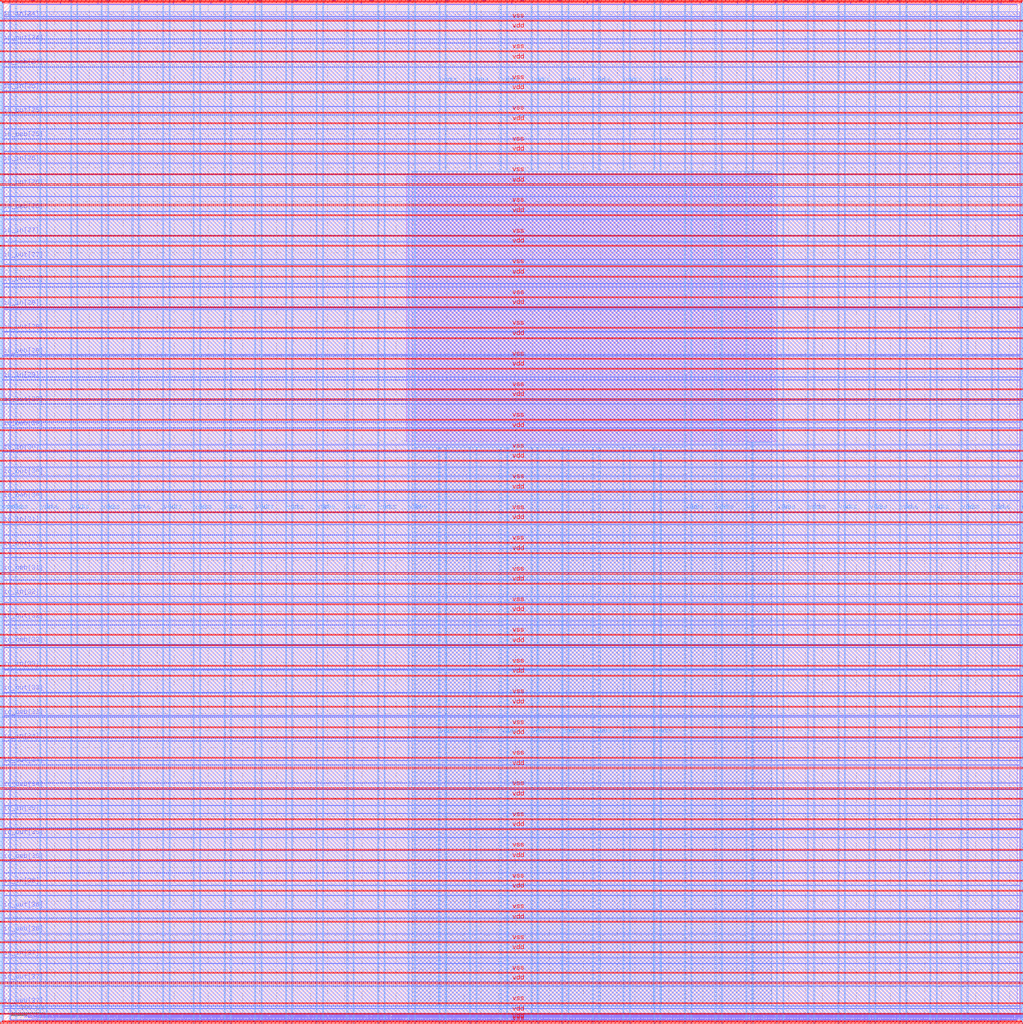
<source format=lef>
VERSION 5.7 ;
  NOWIREEXTENSIONATPIN ON ;
  DIVIDERCHAR "/" ;
  BUSBITCHARS "[]" ;
MACRO user_project_wrapper
  CLASS BLOCK ;
  FOREIGN user_project_wrapper ;
  ORIGIN 0.000 0.000 ;
  SIZE 2980.200 BY 2980.200 ;
  PIN io_in[0]
    DIRECTION INPUT ;
    USE SIGNAL ;
    PORT
      LAYER Metal3 ;
        RECT 2977.800 35.560 2985.000 36.680 ;
    END
  END io_in[0]
  PIN io_in[10]
    DIRECTION INPUT ;
    USE SIGNAL ;
    PORT
      LAYER Metal3 ;
        RECT 2977.800 2017.960 2985.000 2019.080 ;
    END
  END io_in[10]
  PIN io_in[11]
    DIRECTION INPUT ;
    USE SIGNAL ;
    PORT
      LAYER Metal3 ;
        RECT 2977.800 2216.200 2985.000 2217.320 ;
    END
  END io_in[11]
  PIN io_in[12]
    DIRECTION INPUT ;
    USE SIGNAL ;
    PORT
      LAYER Metal3 ;
        RECT 2977.800 2414.440 2985.000 2415.560 ;
    END
  END io_in[12]
  PIN io_in[13]
    DIRECTION INPUT ;
    USE SIGNAL ;
    PORT
      LAYER Metal3 ;
        RECT 2977.800 2612.680 2985.000 2613.800 ;
    END
  END io_in[13]
  PIN io_in[14]
    DIRECTION INPUT ;
    USE SIGNAL ;
    PORT
      LAYER Metal3 ;
        RECT 2977.800 2810.920 2985.000 2812.040 ;
    END
  END io_in[14]
  PIN io_in[15]
    DIRECTION INPUT ;
    USE SIGNAL ;
    PORT
      LAYER Metal2 ;
        RECT 2923.480 2977.800 2924.600 2985.000 ;
    END
  END io_in[15]
  PIN io_in[16]
    DIRECTION INPUT ;
    USE SIGNAL ;
    PORT
      LAYER Metal2 ;
        RECT 2592.520 2977.800 2593.640 2985.000 ;
    END
  END io_in[16]
  PIN io_in[17]
    DIRECTION INPUT ;
    USE SIGNAL ;
    PORT
      LAYER Metal2 ;
        RECT 2261.560 2977.800 2262.680 2985.000 ;
    END
  END io_in[17]
  PIN io_in[18]
    DIRECTION INPUT ;
    USE SIGNAL ;
    PORT
      LAYER Metal2 ;
        RECT 1930.600 2977.800 1931.720 2985.000 ;
    END
  END io_in[18]
  PIN io_in[19]
    DIRECTION INPUT ;
    USE SIGNAL ;
    PORT
      LAYER Metal2 ;
        RECT 1599.640 2977.800 1600.760 2985.000 ;
    END
  END io_in[19]
  PIN io_in[1]
    DIRECTION INPUT ;
    USE SIGNAL ;
    PORT
      LAYER Metal3 ;
        RECT 2977.800 233.800 2985.000 234.920 ;
    END
  END io_in[1]
  PIN io_in[20]
    DIRECTION INPUT ;
    USE SIGNAL ;
    PORT
      LAYER Metal2 ;
        RECT 1268.680 2977.800 1269.800 2985.000 ;
    END
  END io_in[20]
  PIN io_in[21]
    DIRECTION INPUT ;
    USE SIGNAL ;
    PORT
      LAYER Metal2 ;
        RECT 937.720 2977.800 938.840 2985.000 ;
    END
  END io_in[21]
  PIN io_in[22]
    DIRECTION INPUT ;
    USE SIGNAL ;
    PORT
      LAYER Metal2 ;
        RECT 606.760 2977.800 607.880 2985.000 ;
    END
  END io_in[22]
  PIN io_in[23]
    DIRECTION INPUT ;
    USE SIGNAL ;
    PORT
      LAYER Metal2 ;
        RECT 275.800 2977.800 276.920 2985.000 ;
    END
  END io_in[23]
  PIN io_in[24]
    DIRECTION INPUT ;
    USE SIGNAL ;
    PORT
      LAYER Metal3 ;
        RECT -4.800 2935.800 2.400 2936.920 ;
    END
  END io_in[24]
  PIN io_in[25]
    DIRECTION INPUT ;
    USE SIGNAL ;
    PORT
      LAYER Metal3 ;
        RECT -4.800 2724.120 2.400 2725.240 ;
    END
  END io_in[25]
  PIN io_in[26]
    DIRECTION INPUT ;
    USE SIGNAL ;
    PORT
      LAYER Metal3 ;
        RECT -4.800 2512.440 2.400 2513.560 ;
    END
  END io_in[26]
  PIN io_in[27]
    DIRECTION INPUT ;
    USE SIGNAL ;
    PORT
      LAYER Metal3 ;
        RECT -4.800 2300.760 2.400 2301.880 ;
    END
  END io_in[27]
  PIN io_in[28]
    DIRECTION INPUT ;
    USE SIGNAL ;
    PORT
      LAYER Metal3 ;
        RECT -4.800 2089.080 2.400 2090.200 ;
    END
  END io_in[28]
  PIN io_in[29]
    DIRECTION INPUT ;
    USE SIGNAL ;
    PORT
      LAYER Metal3 ;
        RECT -4.800 1877.400 2.400 1878.520 ;
    END
  END io_in[29]
  PIN io_in[2]
    DIRECTION INPUT ;
    USE SIGNAL ;
    PORT
      LAYER Metal3 ;
        RECT 2977.800 432.040 2985.000 433.160 ;
    END
  END io_in[2]
  PIN io_in[30]
    DIRECTION INPUT ;
    USE SIGNAL ;
    PORT
      LAYER Metal3 ;
        RECT -4.800 1665.720 2.400 1666.840 ;
    END
  END io_in[30]
  PIN io_in[31]
    DIRECTION INPUT ;
    USE SIGNAL ;
    PORT
      LAYER Metal3 ;
        RECT -4.800 1454.040 2.400 1455.160 ;
    END
  END io_in[31]
  PIN io_in[32]
    DIRECTION INPUT ;
    USE SIGNAL ;
    PORT
      LAYER Metal3 ;
        RECT -4.800 1242.360 2.400 1243.480 ;
    END
  END io_in[32]
  PIN io_in[33]
    DIRECTION INPUT ;
    USE SIGNAL ;
    PORT
      LAYER Metal3 ;
        RECT -4.800 1030.680 2.400 1031.800 ;
    END
  END io_in[33]
  PIN io_in[34]
    DIRECTION INPUT ;
    USE SIGNAL ;
    PORT
      LAYER Metal3 ;
        RECT -4.800 819.000 2.400 820.120 ;
    END
  END io_in[34]
  PIN io_in[35]
    DIRECTION INPUT ;
    USE SIGNAL ;
    PORT
      LAYER Metal3 ;
        RECT -4.800 607.320 2.400 608.440 ;
    END
  END io_in[35]
  PIN io_in[36]
    DIRECTION INPUT ;
    USE SIGNAL ;
    PORT
      LAYER Metal3 ;
        RECT -4.800 395.640 2.400 396.760 ;
    END
  END io_in[36]
  PIN io_in[37]
    DIRECTION INPUT ;
    USE SIGNAL ;
    PORT
      LAYER Metal3 ;
        RECT -4.800 183.960 2.400 185.080 ;
    END
  END io_in[37]
  PIN io_in[3]
    DIRECTION INPUT ;
    USE SIGNAL ;
    PORT
      LAYER Metal3 ;
        RECT 2977.800 630.280 2985.000 631.400 ;
    END
  END io_in[3]
  PIN io_in[4]
    DIRECTION INPUT ;
    USE SIGNAL ;
    PORT
      LAYER Metal3 ;
        RECT 2977.800 828.520 2985.000 829.640 ;
    END
  END io_in[4]
  PIN io_in[5]
    DIRECTION INPUT ;
    USE SIGNAL ;
    PORT
      LAYER Metal3 ;
        RECT 2977.800 1026.760 2985.000 1027.880 ;
    END
  END io_in[5]
  PIN io_in[6]
    DIRECTION INPUT ;
    USE SIGNAL ;
    PORT
      LAYER Metal3 ;
        RECT 2977.800 1225.000 2985.000 1226.120 ;
    END
  END io_in[6]
  PIN io_in[7]
    DIRECTION INPUT ;
    USE SIGNAL ;
    PORT
      LAYER Metal3 ;
        RECT 2977.800 1423.240 2985.000 1424.360 ;
    END
  END io_in[7]
  PIN io_in[8]
    DIRECTION INPUT ;
    USE SIGNAL ;
    PORT
      LAYER Metal3 ;
        RECT 2977.800 1621.480 2985.000 1622.600 ;
    END
  END io_in[8]
  PIN io_in[9]
    DIRECTION INPUT ;
    USE SIGNAL ;
    PORT
      LAYER Metal3 ;
        RECT 2977.800 1819.720 2985.000 1820.840 ;
    END
  END io_in[9]
  PIN io_oeb[0]
    DIRECTION OUTPUT TRISTATE ;
    USE SIGNAL ;
    PORT
      LAYER Metal3 ;
        RECT 2977.800 167.720 2985.000 168.840 ;
    END
  END io_oeb[0]
  PIN io_oeb[10]
    DIRECTION OUTPUT TRISTATE ;
    USE SIGNAL ;
    PORT
      LAYER Metal3 ;
        RECT 2977.800 2150.120 2985.000 2151.240 ;
    END
  END io_oeb[10]
  PIN io_oeb[11]
    DIRECTION OUTPUT TRISTATE ;
    USE SIGNAL ;
    PORT
      LAYER Metal3 ;
        RECT 2977.800 2348.360 2985.000 2349.480 ;
    END
  END io_oeb[11]
  PIN io_oeb[12]
    DIRECTION OUTPUT TRISTATE ;
    USE SIGNAL ;
    PORT
      LAYER Metal3 ;
        RECT 2977.800 2546.600 2985.000 2547.720 ;
    END
  END io_oeb[12]
  PIN io_oeb[13]
    DIRECTION OUTPUT TRISTATE ;
    USE SIGNAL ;
    PORT
      LAYER Metal3 ;
        RECT 2977.800 2744.840 2985.000 2745.960 ;
    END
  END io_oeb[13]
  PIN io_oeb[14]
    DIRECTION OUTPUT TRISTATE ;
    USE SIGNAL ;
    PORT
      LAYER Metal3 ;
        RECT 2977.800 2943.080 2985.000 2944.200 ;
    END
  END io_oeb[14]
  PIN io_oeb[15]
    DIRECTION OUTPUT TRISTATE ;
    USE SIGNAL ;
    PORT
      LAYER Metal2 ;
        RECT 2702.840 2977.800 2703.960 2985.000 ;
    END
  END io_oeb[15]
  PIN io_oeb[16]
    DIRECTION OUTPUT TRISTATE ;
    USE SIGNAL ;
    PORT
      LAYER Metal2 ;
        RECT 2371.880 2977.800 2373.000 2985.000 ;
    END
  END io_oeb[16]
  PIN io_oeb[17]
    DIRECTION OUTPUT TRISTATE ;
    USE SIGNAL ;
    PORT
      LAYER Metal2 ;
        RECT 2040.920 2977.800 2042.040 2985.000 ;
    END
  END io_oeb[17]
  PIN io_oeb[18]
    DIRECTION OUTPUT TRISTATE ;
    USE SIGNAL ;
    PORT
      LAYER Metal2 ;
        RECT 1709.960 2977.800 1711.080 2985.000 ;
    END
  END io_oeb[18]
  PIN io_oeb[19]
    DIRECTION OUTPUT TRISTATE ;
    USE SIGNAL ;
    PORT
      LAYER Metal2 ;
        RECT 1379.000 2977.800 1380.120 2985.000 ;
    END
  END io_oeb[19]
  PIN io_oeb[1]
    DIRECTION OUTPUT TRISTATE ;
    USE SIGNAL ;
    PORT
      LAYER Metal3 ;
        RECT 2977.800 365.960 2985.000 367.080 ;
    END
  END io_oeb[1]
  PIN io_oeb[20]
    DIRECTION OUTPUT TRISTATE ;
    USE SIGNAL ;
    PORT
      LAYER Metal2 ;
        RECT 1048.040 2977.800 1049.160 2985.000 ;
    END
  END io_oeb[20]
  PIN io_oeb[21]
    DIRECTION OUTPUT TRISTATE ;
    USE SIGNAL ;
    PORT
      LAYER Metal2 ;
        RECT 717.080 2977.800 718.200 2985.000 ;
    END
  END io_oeb[21]
  PIN io_oeb[22]
    DIRECTION OUTPUT TRISTATE ;
    USE SIGNAL ;
    PORT
      LAYER Metal2 ;
        RECT 386.120 2977.800 387.240 2985.000 ;
    END
  END io_oeb[22]
  PIN io_oeb[23]
    DIRECTION OUTPUT TRISTATE ;
    USE SIGNAL ;
    PORT
      LAYER Metal2 ;
        RECT 55.160 2977.800 56.280 2985.000 ;
    END
  END io_oeb[23]
  PIN io_oeb[24]
    DIRECTION OUTPUT TRISTATE ;
    USE SIGNAL ;
    PORT
      LAYER Metal3 ;
        RECT -4.800 2794.680 2.400 2795.800 ;
    END
  END io_oeb[24]
  PIN io_oeb[25]
    DIRECTION OUTPUT TRISTATE ;
    USE SIGNAL ;
    PORT
      LAYER Metal3 ;
        RECT -4.800 2583.000 2.400 2584.120 ;
    END
  END io_oeb[25]
  PIN io_oeb[26]
    DIRECTION OUTPUT TRISTATE ;
    USE SIGNAL ;
    PORT
      LAYER Metal3 ;
        RECT -4.800 2371.320 2.400 2372.440 ;
    END
  END io_oeb[26]
  PIN io_oeb[27]
    DIRECTION OUTPUT TRISTATE ;
    USE SIGNAL ;
    PORT
      LAYER Metal3 ;
        RECT -4.800 2159.640 2.400 2160.760 ;
    END
  END io_oeb[27]
  PIN io_oeb[28]
    DIRECTION OUTPUT TRISTATE ;
    USE SIGNAL ;
    PORT
      LAYER Metal3 ;
        RECT -4.800 1947.960 2.400 1949.080 ;
    END
  END io_oeb[28]
  PIN io_oeb[29]
    DIRECTION OUTPUT TRISTATE ;
    USE SIGNAL ;
    PORT
      LAYER Metal3 ;
        RECT -4.800 1736.280 2.400 1737.400 ;
    END
  END io_oeb[29]
  PIN io_oeb[2]
    DIRECTION OUTPUT TRISTATE ;
    USE SIGNAL ;
    PORT
      LAYER Metal3 ;
        RECT 2977.800 564.200 2985.000 565.320 ;
    END
  END io_oeb[2]
  PIN io_oeb[30]
    DIRECTION OUTPUT TRISTATE ;
    USE SIGNAL ;
    PORT
      LAYER Metal3 ;
        RECT -4.800 1524.600 2.400 1525.720 ;
    END
  END io_oeb[30]
  PIN io_oeb[31]
    DIRECTION OUTPUT TRISTATE ;
    USE SIGNAL ;
    PORT
      LAYER Metal3 ;
        RECT -4.800 1312.920 2.400 1314.040 ;
    END
  END io_oeb[31]
  PIN io_oeb[32]
    DIRECTION OUTPUT TRISTATE ;
    USE SIGNAL ;
    PORT
      LAYER Metal3 ;
        RECT -4.800 1101.240 2.400 1102.360 ;
    END
  END io_oeb[32]
  PIN io_oeb[33]
    DIRECTION OUTPUT TRISTATE ;
    USE SIGNAL ;
    PORT
      LAYER Metal3 ;
        RECT -4.800 889.560 2.400 890.680 ;
    END
  END io_oeb[33]
  PIN io_oeb[34]
    DIRECTION OUTPUT TRISTATE ;
    USE SIGNAL ;
    PORT
      LAYER Metal3 ;
        RECT -4.800 677.880 2.400 679.000 ;
    END
  END io_oeb[34]
  PIN io_oeb[35]
    DIRECTION OUTPUT TRISTATE ;
    USE SIGNAL ;
    PORT
      LAYER Metal3 ;
        RECT -4.800 466.200 2.400 467.320 ;
    END
  END io_oeb[35]
  PIN io_oeb[36]
    DIRECTION OUTPUT TRISTATE ;
    USE SIGNAL ;
    PORT
      LAYER Metal3 ;
        RECT -4.800 254.520 2.400 255.640 ;
    END
  END io_oeb[36]
  PIN io_oeb[37]
    DIRECTION OUTPUT TRISTATE ;
    USE SIGNAL ;
    PORT
      LAYER Metal3 ;
        RECT -4.800 42.840 2.400 43.960 ;
    END
  END io_oeb[37]
  PIN io_oeb[3]
    DIRECTION OUTPUT TRISTATE ;
    USE SIGNAL ;
    PORT
      LAYER Metal3 ;
        RECT 2977.800 762.440 2985.000 763.560 ;
    END
  END io_oeb[3]
  PIN io_oeb[4]
    DIRECTION OUTPUT TRISTATE ;
    USE SIGNAL ;
    PORT
      LAYER Metal3 ;
        RECT 2977.800 960.680 2985.000 961.800 ;
    END
  END io_oeb[4]
  PIN io_oeb[5]
    DIRECTION OUTPUT TRISTATE ;
    USE SIGNAL ;
    PORT
      LAYER Metal3 ;
        RECT 2977.800 1158.920 2985.000 1160.040 ;
    END
  END io_oeb[5]
  PIN io_oeb[6]
    DIRECTION OUTPUT TRISTATE ;
    USE SIGNAL ;
    PORT
      LAYER Metal3 ;
        RECT 2977.800 1357.160 2985.000 1358.280 ;
    END
  END io_oeb[6]
  PIN io_oeb[7]
    DIRECTION OUTPUT TRISTATE ;
    USE SIGNAL ;
    PORT
      LAYER Metal3 ;
        RECT 2977.800 1555.400 2985.000 1556.520 ;
    END
  END io_oeb[7]
  PIN io_oeb[8]
    DIRECTION OUTPUT TRISTATE ;
    USE SIGNAL ;
    PORT
      LAYER Metal3 ;
        RECT 2977.800 1753.640 2985.000 1754.760 ;
    END
  END io_oeb[8]
  PIN io_oeb[9]
    DIRECTION OUTPUT TRISTATE ;
    USE SIGNAL ;
    PORT
      LAYER Metal3 ;
        RECT 2977.800 1951.880 2985.000 1953.000 ;
    END
  END io_oeb[9]
  PIN io_out[0]
    DIRECTION OUTPUT TRISTATE ;
    USE SIGNAL ;
    PORT
      LAYER Metal3 ;
        RECT 2977.800 101.640 2985.000 102.760 ;
    END
  END io_out[0]
  PIN io_out[10]
    DIRECTION OUTPUT TRISTATE ;
    USE SIGNAL ;
    PORT
      LAYER Metal3 ;
        RECT 2977.800 2084.040 2985.000 2085.160 ;
    END
  END io_out[10]
  PIN io_out[11]
    DIRECTION OUTPUT TRISTATE ;
    USE SIGNAL ;
    PORT
      LAYER Metal3 ;
        RECT 2977.800 2282.280 2985.000 2283.400 ;
    END
  END io_out[11]
  PIN io_out[12]
    DIRECTION OUTPUT TRISTATE ;
    USE SIGNAL ;
    PORT
      LAYER Metal3 ;
        RECT 2977.800 2480.520 2985.000 2481.640 ;
    END
  END io_out[12]
  PIN io_out[13]
    DIRECTION OUTPUT TRISTATE ;
    USE SIGNAL ;
    PORT
      LAYER Metal3 ;
        RECT 2977.800 2678.760 2985.000 2679.880 ;
    END
  END io_out[13]
  PIN io_out[14]
    DIRECTION OUTPUT TRISTATE ;
    USE SIGNAL ;
    PORT
      LAYER Metal3 ;
        RECT 2977.800 2877.000 2985.000 2878.120 ;
    END
  END io_out[14]
  PIN io_out[15]
    DIRECTION OUTPUT TRISTATE ;
    USE SIGNAL ;
    PORT
      LAYER Metal2 ;
        RECT 2813.160 2977.800 2814.280 2985.000 ;
    END
  END io_out[15]
  PIN io_out[16]
    DIRECTION OUTPUT TRISTATE ;
    USE SIGNAL ;
    PORT
      LAYER Metal2 ;
        RECT 2482.200 2977.800 2483.320 2985.000 ;
    END
  END io_out[16]
  PIN io_out[17]
    DIRECTION OUTPUT TRISTATE ;
    USE SIGNAL ;
    PORT
      LAYER Metal2 ;
        RECT 2151.240 2977.800 2152.360 2985.000 ;
    END
  END io_out[17]
  PIN io_out[18]
    DIRECTION OUTPUT TRISTATE ;
    USE SIGNAL ;
    PORT
      LAYER Metal2 ;
        RECT 1820.280 2977.800 1821.400 2985.000 ;
    END
  END io_out[18]
  PIN io_out[19]
    DIRECTION OUTPUT TRISTATE ;
    USE SIGNAL ;
    PORT
      LAYER Metal2 ;
        RECT 1489.320 2977.800 1490.440 2985.000 ;
    END
  END io_out[19]
  PIN io_out[1]
    DIRECTION OUTPUT TRISTATE ;
    USE SIGNAL ;
    PORT
      LAYER Metal3 ;
        RECT 2977.800 299.880 2985.000 301.000 ;
    END
  END io_out[1]
  PIN io_out[20]
    DIRECTION OUTPUT TRISTATE ;
    USE SIGNAL ;
    PORT
      LAYER Metal2 ;
        RECT 1158.360 2977.800 1159.480 2985.000 ;
    END
  END io_out[20]
  PIN io_out[21]
    DIRECTION OUTPUT TRISTATE ;
    USE SIGNAL ;
    PORT
      LAYER Metal2 ;
        RECT 827.400 2977.800 828.520 2985.000 ;
    END
  END io_out[21]
  PIN io_out[22]
    DIRECTION OUTPUT TRISTATE ;
    USE SIGNAL ;
    PORT
      LAYER Metal2 ;
        RECT 496.440 2977.800 497.560 2985.000 ;
    END
  END io_out[22]
  PIN io_out[23]
    DIRECTION OUTPUT TRISTATE ;
    USE SIGNAL ;
    PORT
      LAYER Metal2 ;
        RECT 165.480 2977.800 166.600 2985.000 ;
    END
  END io_out[23]
  PIN io_out[24]
    DIRECTION OUTPUT TRISTATE ;
    USE SIGNAL ;
    PORT
      LAYER Metal3 ;
        RECT -4.800 2865.240 2.400 2866.360 ;
    END
  END io_out[24]
  PIN io_out[25]
    DIRECTION OUTPUT TRISTATE ;
    USE SIGNAL ;
    PORT
      LAYER Metal3 ;
        RECT -4.800 2653.560 2.400 2654.680 ;
    END
  END io_out[25]
  PIN io_out[26]
    DIRECTION OUTPUT TRISTATE ;
    USE SIGNAL ;
    PORT
      LAYER Metal3 ;
        RECT -4.800 2441.880 2.400 2443.000 ;
    END
  END io_out[26]
  PIN io_out[27]
    DIRECTION OUTPUT TRISTATE ;
    USE SIGNAL ;
    PORT
      LAYER Metal3 ;
        RECT -4.800 2230.200 2.400 2231.320 ;
    END
  END io_out[27]
  PIN io_out[28]
    DIRECTION OUTPUT TRISTATE ;
    USE SIGNAL ;
    PORT
      LAYER Metal3 ;
        RECT -4.800 2018.520 2.400 2019.640 ;
    END
  END io_out[28]
  PIN io_out[29]
    DIRECTION OUTPUT TRISTATE ;
    USE SIGNAL ;
    PORT
      LAYER Metal3 ;
        RECT -4.800 1806.840 2.400 1807.960 ;
    END
  END io_out[29]
  PIN io_out[2]
    DIRECTION OUTPUT TRISTATE ;
    USE SIGNAL ;
    PORT
      LAYER Metal3 ;
        RECT 2977.800 498.120 2985.000 499.240 ;
    END
  END io_out[2]
  PIN io_out[30]
    DIRECTION OUTPUT TRISTATE ;
    USE SIGNAL ;
    PORT
      LAYER Metal3 ;
        RECT -4.800 1595.160 2.400 1596.280 ;
    END
  END io_out[30]
  PIN io_out[31]
    DIRECTION OUTPUT TRISTATE ;
    USE SIGNAL ;
    PORT
      LAYER Metal3 ;
        RECT -4.800 1383.480 2.400 1384.600 ;
    END
  END io_out[31]
  PIN io_out[32]
    DIRECTION OUTPUT TRISTATE ;
    USE SIGNAL ;
    PORT
      LAYER Metal3 ;
        RECT -4.800 1171.800 2.400 1172.920 ;
    END
  END io_out[32]
  PIN io_out[33]
    DIRECTION OUTPUT TRISTATE ;
    USE SIGNAL ;
    PORT
      LAYER Metal3 ;
        RECT -4.800 960.120 2.400 961.240 ;
    END
  END io_out[33]
  PIN io_out[34]
    DIRECTION OUTPUT TRISTATE ;
    USE SIGNAL ;
    PORT
      LAYER Metal3 ;
        RECT -4.800 748.440 2.400 749.560 ;
    END
  END io_out[34]
  PIN io_out[35]
    DIRECTION OUTPUT TRISTATE ;
    USE SIGNAL ;
    PORT
      LAYER Metal3 ;
        RECT -4.800 536.760 2.400 537.880 ;
    END
  END io_out[35]
  PIN io_out[36]
    DIRECTION OUTPUT TRISTATE ;
    USE SIGNAL ;
    PORT
      LAYER Metal3 ;
        RECT -4.800 325.080 2.400 326.200 ;
    END
  END io_out[36]
  PIN io_out[37]
    DIRECTION OUTPUT TRISTATE ;
    USE SIGNAL ;
    PORT
      LAYER Metal3 ;
        RECT -4.800 113.400 2.400 114.520 ;
    END
  END io_out[37]
  PIN io_out[3]
    DIRECTION OUTPUT TRISTATE ;
    USE SIGNAL ;
    PORT
      LAYER Metal3 ;
        RECT 2977.800 696.360 2985.000 697.480 ;
    END
  END io_out[3]
  PIN io_out[4]
    DIRECTION OUTPUT TRISTATE ;
    USE SIGNAL ;
    PORT
      LAYER Metal3 ;
        RECT 2977.800 894.600 2985.000 895.720 ;
    END
  END io_out[4]
  PIN io_out[5]
    DIRECTION OUTPUT TRISTATE ;
    USE SIGNAL ;
    PORT
      LAYER Metal3 ;
        RECT 2977.800 1092.840 2985.000 1093.960 ;
    END
  END io_out[5]
  PIN io_out[6]
    DIRECTION OUTPUT TRISTATE ;
    USE SIGNAL ;
    PORT
      LAYER Metal3 ;
        RECT 2977.800 1291.080 2985.000 1292.200 ;
    END
  END io_out[6]
  PIN io_out[7]
    DIRECTION OUTPUT TRISTATE ;
    USE SIGNAL ;
    PORT
      LAYER Metal3 ;
        RECT 2977.800 1489.320 2985.000 1490.440 ;
    END
  END io_out[7]
  PIN io_out[8]
    DIRECTION OUTPUT TRISTATE ;
    USE SIGNAL ;
    PORT
      LAYER Metal3 ;
        RECT 2977.800 1687.560 2985.000 1688.680 ;
    END
  END io_out[8]
  PIN io_out[9]
    DIRECTION OUTPUT TRISTATE ;
    USE SIGNAL ;
    PORT
      LAYER Metal3 ;
        RECT 2977.800 1885.800 2985.000 1886.920 ;
    END
  END io_out[9]
  PIN la_data_in[0]
    DIRECTION INPUT ;
    USE SIGNAL ;
    PORT
      LAYER Metal2 ;
        RECT 1065.960 -4.800 1067.080 2.400 ;
    END
  END la_data_in[0]
  PIN la_data_in[10]
    DIRECTION INPUT ;
    USE SIGNAL ;
    PORT
      LAYER Metal2 ;
        RECT 1351.560 -4.800 1352.680 2.400 ;
    END
  END la_data_in[10]
  PIN la_data_in[11]
    DIRECTION INPUT ;
    USE SIGNAL ;
    PORT
      LAYER Metal2 ;
        RECT 1380.120 -4.800 1381.240 2.400 ;
    END
  END la_data_in[11]
  PIN la_data_in[12]
    DIRECTION INPUT ;
    USE SIGNAL ;
    PORT
      LAYER Metal2 ;
        RECT 1408.680 -4.800 1409.800 2.400 ;
    END
  END la_data_in[12]
  PIN la_data_in[13]
    DIRECTION INPUT ;
    USE SIGNAL ;
    PORT
      LAYER Metal2 ;
        RECT 1437.240 -4.800 1438.360 2.400 ;
    END
  END la_data_in[13]
  PIN la_data_in[14]
    DIRECTION INPUT ;
    USE SIGNAL ;
    PORT
      LAYER Metal2 ;
        RECT 1465.800 -4.800 1466.920 2.400 ;
    END
  END la_data_in[14]
  PIN la_data_in[15]
    DIRECTION INPUT ;
    USE SIGNAL ;
    PORT
      LAYER Metal2 ;
        RECT 1494.360 -4.800 1495.480 2.400 ;
    END
  END la_data_in[15]
  PIN la_data_in[16]
    DIRECTION INPUT ;
    USE SIGNAL ;
    PORT
      LAYER Metal2 ;
        RECT 1522.920 -4.800 1524.040 2.400 ;
    END
  END la_data_in[16]
  PIN la_data_in[17]
    DIRECTION INPUT ;
    USE SIGNAL ;
    PORT
      LAYER Metal2 ;
        RECT 1551.480 -4.800 1552.600 2.400 ;
    END
  END la_data_in[17]
  PIN la_data_in[18]
    DIRECTION INPUT ;
    USE SIGNAL ;
    PORT
      LAYER Metal2 ;
        RECT 1580.040 -4.800 1581.160 2.400 ;
    END
  END la_data_in[18]
  PIN la_data_in[19]
    DIRECTION INPUT ;
    USE SIGNAL ;
    PORT
      LAYER Metal2 ;
        RECT 1608.600 -4.800 1609.720 2.400 ;
    END
  END la_data_in[19]
  PIN la_data_in[1]
    DIRECTION INPUT ;
    USE SIGNAL ;
    PORT
      LAYER Metal2 ;
        RECT 1094.520 -4.800 1095.640 2.400 ;
    END
  END la_data_in[1]
  PIN la_data_in[20]
    DIRECTION INPUT ;
    USE SIGNAL ;
    PORT
      LAYER Metal2 ;
        RECT 1637.160 -4.800 1638.280 2.400 ;
    END
  END la_data_in[20]
  PIN la_data_in[21]
    DIRECTION INPUT ;
    USE SIGNAL ;
    PORT
      LAYER Metal2 ;
        RECT 1665.720 -4.800 1666.840 2.400 ;
    END
  END la_data_in[21]
  PIN la_data_in[22]
    DIRECTION INPUT ;
    USE SIGNAL ;
    PORT
      LAYER Metal2 ;
        RECT 1694.280 -4.800 1695.400 2.400 ;
    END
  END la_data_in[22]
  PIN la_data_in[23]
    DIRECTION INPUT ;
    USE SIGNAL ;
    PORT
      LAYER Metal2 ;
        RECT 1722.840 -4.800 1723.960 2.400 ;
    END
  END la_data_in[23]
  PIN la_data_in[24]
    DIRECTION INPUT ;
    USE SIGNAL ;
    PORT
      LAYER Metal2 ;
        RECT 1751.400 -4.800 1752.520 2.400 ;
    END
  END la_data_in[24]
  PIN la_data_in[25]
    DIRECTION INPUT ;
    USE SIGNAL ;
    PORT
      LAYER Metal2 ;
        RECT 1779.960 -4.800 1781.080 2.400 ;
    END
  END la_data_in[25]
  PIN la_data_in[26]
    DIRECTION INPUT ;
    USE SIGNAL ;
    PORT
      LAYER Metal2 ;
        RECT 1808.520 -4.800 1809.640 2.400 ;
    END
  END la_data_in[26]
  PIN la_data_in[27]
    DIRECTION INPUT ;
    USE SIGNAL ;
    PORT
      LAYER Metal2 ;
        RECT 1837.080 -4.800 1838.200 2.400 ;
    END
  END la_data_in[27]
  PIN la_data_in[28]
    DIRECTION INPUT ;
    USE SIGNAL ;
    PORT
      LAYER Metal2 ;
        RECT 1865.640 -4.800 1866.760 2.400 ;
    END
  END la_data_in[28]
  PIN la_data_in[29]
    DIRECTION INPUT ;
    USE SIGNAL ;
    PORT
      LAYER Metal2 ;
        RECT 1894.200 -4.800 1895.320 2.400 ;
    END
  END la_data_in[29]
  PIN la_data_in[2]
    DIRECTION INPUT ;
    USE SIGNAL ;
    PORT
      LAYER Metal2 ;
        RECT 1123.080 -4.800 1124.200 2.400 ;
    END
  END la_data_in[2]
  PIN la_data_in[30]
    DIRECTION INPUT ;
    USE SIGNAL ;
    PORT
      LAYER Metal2 ;
        RECT 1922.760 -4.800 1923.880 2.400 ;
    END
  END la_data_in[30]
  PIN la_data_in[31]
    DIRECTION INPUT ;
    USE SIGNAL ;
    PORT
      LAYER Metal2 ;
        RECT 1951.320 -4.800 1952.440 2.400 ;
    END
  END la_data_in[31]
  PIN la_data_in[32]
    DIRECTION INPUT ;
    USE SIGNAL ;
    PORT
      LAYER Metal2 ;
        RECT 1979.880 -4.800 1981.000 2.400 ;
    END
  END la_data_in[32]
  PIN la_data_in[33]
    DIRECTION INPUT ;
    USE SIGNAL ;
    PORT
      LAYER Metal2 ;
        RECT 2008.440 -4.800 2009.560 2.400 ;
    END
  END la_data_in[33]
  PIN la_data_in[34]
    DIRECTION INPUT ;
    USE SIGNAL ;
    PORT
      LAYER Metal2 ;
        RECT 2037.000 -4.800 2038.120 2.400 ;
    END
  END la_data_in[34]
  PIN la_data_in[35]
    DIRECTION INPUT ;
    USE SIGNAL ;
    PORT
      LAYER Metal2 ;
        RECT 2065.560 -4.800 2066.680 2.400 ;
    END
  END la_data_in[35]
  PIN la_data_in[36]
    DIRECTION INPUT ;
    USE SIGNAL ;
    PORT
      LAYER Metal2 ;
        RECT 2094.120 -4.800 2095.240 2.400 ;
    END
  END la_data_in[36]
  PIN la_data_in[37]
    DIRECTION INPUT ;
    USE SIGNAL ;
    PORT
      LAYER Metal2 ;
        RECT 2122.680 -4.800 2123.800 2.400 ;
    END
  END la_data_in[37]
  PIN la_data_in[38]
    DIRECTION INPUT ;
    USE SIGNAL ;
    PORT
      LAYER Metal2 ;
        RECT 2151.240 -4.800 2152.360 2.400 ;
    END
  END la_data_in[38]
  PIN la_data_in[39]
    DIRECTION INPUT ;
    USE SIGNAL ;
    PORT
      LAYER Metal2 ;
        RECT 2179.800 -4.800 2180.920 2.400 ;
    END
  END la_data_in[39]
  PIN la_data_in[3]
    DIRECTION INPUT ;
    USE SIGNAL ;
    PORT
      LAYER Metal2 ;
        RECT 1151.640 -4.800 1152.760 2.400 ;
    END
  END la_data_in[3]
  PIN la_data_in[40]
    DIRECTION INPUT ;
    USE SIGNAL ;
    PORT
      LAYER Metal2 ;
        RECT 2208.360 -4.800 2209.480 2.400 ;
    END
  END la_data_in[40]
  PIN la_data_in[41]
    DIRECTION INPUT ;
    USE SIGNAL ;
    PORT
      LAYER Metal2 ;
        RECT 2236.920 -4.800 2238.040 2.400 ;
    END
  END la_data_in[41]
  PIN la_data_in[42]
    DIRECTION INPUT ;
    USE SIGNAL ;
    PORT
      LAYER Metal2 ;
        RECT 2265.480 -4.800 2266.600 2.400 ;
    END
  END la_data_in[42]
  PIN la_data_in[43]
    DIRECTION INPUT ;
    USE SIGNAL ;
    PORT
      LAYER Metal2 ;
        RECT 2294.040 -4.800 2295.160 2.400 ;
    END
  END la_data_in[43]
  PIN la_data_in[44]
    DIRECTION INPUT ;
    USE SIGNAL ;
    PORT
      LAYER Metal2 ;
        RECT 2322.600 -4.800 2323.720 2.400 ;
    END
  END la_data_in[44]
  PIN la_data_in[45]
    DIRECTION INPUT ;
    USE SIGNAL ;
    PORT
      LAYER Metal2 ;
        RECT 2351.160 -4.800 2352.280 2.400 ;
    END
  END la_data_in[45]
  PIN la_data_in[46]
    DIRECTION INPUT ;
    USE SIGNAL ;
    PORT
      LAYER Metal2 ;
        RECT 2379.720 -4.800 2380.840 2.400 ;
    END
  END la_data_in[46]
  PIN la_data_in[47]
    DIRECTION INPUT ;
    USE SIGNAL ;
    PORT
      LAYER Metal2 ;
        RECT 2408.280 -4.800 2409.400 2.400 ;
    END
  END la_data_in[47]
  PIN la_data_in[48]
    DIRECTION INPUT ;
    USE SIGNAL ;
    PORT
      LAYER Metal2 ;
        RECT 2436.840 -4.800 2437.960 2.400 ;
    END
  END la_data_in[48]
  PIN la_data_in[49]
    DIRECTION INPUT ;
    USE SIGNAL ;
    PORT
      LAYER Metal2 ;
        RECT 2465.400 -4.800 2466.520 2.400 ;
    END
  END la_data_in[49]
  PIN la_data_in[4]
    DIRECTION INPUT ;
    USE SIGNAL ;
    PORT
      LAYER Metal2 ;
        RECT 1180.200 -4.800 1181.320 2.400 ;
    END
  END la_data_in[4]
  PIN la_data_in[50]
    DIRECTION INPUT ;
    USE SIGNAL ;
    PORT
      LAYER Metal2 ;
        RECT 2493.960 -4.800 2495.080 2.400 ;
    END
  END la_data_in[50]
  PIN la_data_in[51]
    DIRECTION INPUT ;
    USE SIGNAL ;
    PORT
      LAYER Metal2 ;
        RECT 2522.520 -4.800 2523.640 2.400 ;
    END
  END la_data_in[51]
  PIN la_data_in[52]
    DIRECTION INPUT ;
    USE SIGNAL ;
    PORT
      LAYER Metal2 ;
        RECT 2551.080 -4.800 2552.200 2.400 ;
    END
  END la_data_in[52]
  PIN la_data_in[53]
    DIRECTION INPUT ;
    USE SIGNAL ;
    PORT
      LAYER Metal2 ;
        RECT 2579.640 -4.800 2580.760 2.400 ;
    END
  END la_data_in[53]
  PIN la_data_in[54]
    DIRECTION INPUT ;
    USE SIGNAL ;
    PORT
      LAYER Metal2 ;
        RECT 2608.200 -4.800 2609.320 2.400 ;
    END
  END la_data_in[54]
  PIN la_data_in[55]
    DIRECTION INPUT ;
    USE SIGNAL ;
    PORT
      LAYER Metal2 ;
        RECT 2636.760 -4.800 2637.880 2.400 ;
    END
  END la_data_in[55]
  PIN la_data_in[56]
    DIRECTION INPUT ;
    USE SIGNAL ;
    PORT
      LAYER Metal2 ;
        RECT 2665.320 -4.800 2666.440 2.400 ;
    END
  END la_data_in[56]
  PIN la_data_in[57]
    DIRECTION INPUT ;
    USE SIGNAL ;
    PORT
      LAYER Metal2 ;
        RECT 2693.880 -4.800 2695.000 2.400 ;
    END
  END la_data_in[57]
  PIN la_data_in[58]
    DIRECTION INPUT ;
    USE SIGNAL ;
    PORT
      LAYER Metal2 ;
        RECT 2722.440 -4.800 2723.560 2.400 ;
    END
  END la_data_in[58]
  PIN la_data_in[59]
    DIRECTION INPUT ;
    USE SIGNAL ;
    PORT
      LAYER Metal2 ;
        RECT 2751.000 -4.800 2752.120 2.400 ;
    END
  END la_data_in[59]
  PIN la_data_in[5]
    DIRECTION INPUT ;
    USE SIGNAL ;
    PORT
      LAYER Metal2 ;
        RECT 1208.760 -4.800 1209.880 2.400 ;
    END
  END la_data_in[5]
  PIN la_data_in[60]
    DIRECTION INPUT ;
    USE SIGNAL ;
    PORT
      LAYER Metal2 ;
        RECT 2779.560 -4.800 2780.680 2.400 ;
    END
  END la_data_in[60]
  PIN la_data_in[61]
    DIRECTION INPUT ;
    USE SIGNAL ;
    PORT
      LAYER Metal2 ;
        RECT 2808.120 -4.800 2809.240 2.400 ;
    END
  END la_data_in[61]
  PIN la_data_in[62]
    DIRECTION INPUT ;
    USE SIGNAL ;
    PORT
      LAYER Metal2 ;
        RECT 2836.680 -4.800 2837.800 2.400 ;
    END
  END la_data_in[62]
  PIN la_data_in[63]
    DIRECTION INPUT ;
    USE SIGNAL ;
    PORT
      LAYER Metal2 ;
        RECT 2865.240 -4.800 2866.360 2.400 ;
    END
  END la_data_in[63]
  PIN la_data_in[6]
    DIRECTION INPUT ;
    USE SIGNAL ;
    PORT
      LAYER Metal2 ;
        RECT 1237.320 -4.800 1238.440 2.400 ;
    END
  END la_data_in[6]
  PIN la_data_in[7]
    DIRECTION INPUT ;
    USE SIGNAL ;
    PORT
      LAYER Metal2 ;
        RECT 1265.880 -4.800 1267.000 2.400 ;
    END
  END la_data_in[7]
  PIN la_data_in[8]
    DIRECTION INPUT ;
    USE SIGNAL ;
    PORT
      LAYER Metal2 ;
        RECT 1294.440 -4.800 1295.560 2.400 ;
    END
  END la_data_in[8]
  PIN la_data_in[9]
    DIRECTION INPUT ;
    USE SIGNAL ;
    PORT
      LAYER Metal2 ;
        RECT 1323.000 -4.800 1324.120 2.400 ;
    END
  END la_data_in[9]
  PIN la_data_out[0]
    DIRECTION OUTPUT TRISTATE ;
    USE SIGNAL ;
    PORT
      LAYER Metal2 ;
        RECT 1075.480 -4.800 1076.600 2.400 ;
    END
  END la_data_out[0]
  PIN la_data_out[10]
    DIRECTION OUTPUT TRISTATE ;
    USE SIGNAL ;
    PORT
      LAYER Metal2 ;
        RECT 1361.080 -4.800 1362.200 2.400 ;
    END
  END la_data_out[10]
  PIN la_data_out[11]
    DIRECTION OUTPUT TRISTATE ;
    USE SIGNAL ;
    PORT
      LAYER Metal2 ;
        RECT 1389.640 -4.800 1390.760 2.400 ;
    END
  END la_data_out[11]
  PIN la_data_out[12]
    DIRECTION OUTPUT TRISTATE ;
    USE SIGNAL ;
    PORT
      LAYER Metal2 ;
        RECT 1418.200 -4.800 1419.320 2.400 ;
    END
  END la_data_out[12]
  PIN la_data_out[13]
    DIRECTION OUTPUT TRISTATE ;
    USE SIGNAL ;
    PORT
      LAYER Metal2 ;
        RECT 1446.760 -4.800 1447.880 2.400 ;
    END
  END la_data_out[13]
  PIN la_data_out[14]
    DIRECTION OUTPUT TRISTATE ;
    USE SIGNAL ;
    PORT
      LAYER Metal2 ;
        RECT 1475.320 -4.800 1476.440 2.400 ;
    END
  END la_data_out[14]
  PIN la_data_out[15]
    DIRECTION OUTPUT TRISTATE ;
    USE SIGNAL ;
    PORT
      LAYER Metal2 ;
        RECT 1503.880 -4.800 1505.000 2.400 ;
    END
  END la_data_out[15]
  PIN la_data_out[16]
    DIRECTION OUTPUT TRISTATE ;
    USE SIGNAL ;
    PORT
      LAYER Metal2 ;
        RECT 1532.440 -4.800 1533.560 2.400 ;
    END
  END la_data_out[16]
  PIN la_data_out[17]
    DIRECTION OUTPUT TRISTATE ;
    USE SIGNAL ;
    PORT
      LAYER Metal2 ;
        RECT 1561.000 -4.800 1562.120 2.400 ;
    END
  END la_data_out[17]
  PIN la_data_out[18]
    DIRECTION OUTPUT TRISTATE ;
    USE SIGNAL ;
    PORT
      LAYER Metal2 ;
        RECT 1589.560 -4.800 1590.680 2.400 ;
    END
  END la_data_out[18]
  PIN la_data_out[19]
    DIRECTION OUTPUT TRISTATE ;
    USE SIGNAL ;
    PORT
      LAYER Metal2 ;
        RECT 1618.120 -4.800 1619.240 2.400 ;
    END
  END la_data_out[19]
  PIN la_data_out[1]
    DIRECTION OUTPUT TRISTATE ;
    USE SIGNAL ;
    PORT
      LAYER Metal2 ;
        RECT 1104.040 -4.800 1105.160 2.400 ;
    END
  END la_data_out[1]
  PIN la_data_out[20]
    DIRECTION OUTPUT TRISTATE ;
    USE SIGNAL ;
    PORT
      LAYER Metal2 ;
        RECT 1646.680 -4.800 1647.800 2.400 ;
    END
  END la_data_out[20]
  PIN la_data_out[21]
    DIRECTION OUTPUT TRISTATE ;
    USE SIGNAL ;
    PORT
      LAYER Metal2 ;
        RECT 1675.240 -4.800 1676.360 2.400 ;
    END
  END la_data_out[21]
  PIN la_data_out[22]
    DIRECTION OUTPUT TRISTATE ;
    USE SIGNAL ;
    PORT
      LAYER Metal2 ;
        RECT 1703.800 -4.800 1704.920 2.400 ;
    END
  END la_data_out[22]
  PIN la_data_out[23]
    DIRECTION OUTPUT TRISTATE ;
    USE SIGNAL ;
    PORT
      LAYER Metal2 ;
        RECT 1732.360 -4.800 1733.480 2.400 ;
    END
  END la_data_out[23]
  PIN la_data_out[24]
    DIRECTION OUTPUT TRISTATE ;
    USE SIGNAL ;
    PORT
      LAYER Metal2 ;
        RECT 1760.920 -4.800 1762.040 2.400 ;
    END
  END la_data_out[24]
  PIN la_data_out[25]
    DIRECTION OUTPUT TRISTATE ;
    USE SIGNAL ;
    PORT
      LAYER Metal2 ;
        RECT 1789.480 -4.800 1790.600 2.400 ;
    END
  END la_data_out[25]
  PIN la_data_out[26]
    DIRECTION OUTPUT TRISTATE ;
    USE SIGNAL ;
    PORT
      LAYER Metal2 ;
        RECT 1818.040 -4.800 1819.160 2.400 ;
    END
  END la_data_out[26]
  PIN la_data_out[27]
    DIRECTION OUTPUT TRISTATE ;
    USE SIGNAL ;
    PORT
      LAYER Metal2 ;
        RECT 1846.600 -4.800 1847.720 2.400 ;
    END
  END la_data_out[27]
  PIN la_data_out[28]
    DIRECTION OUTPUT TRISTATE ;
    USE SIGNAL ;
    PORT
      LAYER Metal2 ;
        RECT 1875.160 -4.800 1876.280 2.400 ;
    END
  END la_data_out[28]
  PIN la_data_out[29]
    DIRECTION OUTPUT TRISTATE ;
    USE SIGNAL ;
    PORT
      LAYER Metal2 ;
        RECT 1903.720 -4.800 1904.840 2.400 ;
    END
  END la_data_out[29]
  PIN la_data_out[2]
    DIRECTION OUTPUT TRISTATE ;
    USE SIGNAL ;
    PORT
      LAYER Metal2 ;
        RECT 1132.600 -4.800 1133.720 2.400 ;
    END
  END la_data_out[2]
  PIN la_data_out[30]
    DIRECTION OUTPUT TRISTATE ;
    USE SIGNAL ;
    PORT
      LAYER Metal2 ;
        RECT 1932.280 -4.800 1933.400 2.400 ;
    END
  END la_data_out[30]
  PIN la_data_out[31]
    DIRECTION OUTPUT TRISTATE ;
    USE SIGNAL ;
    PORT
      LAYER Metal2 ;
        RECT 1960.840 -4.800 1961.960 2.400 ;
    END
  END la_data_out[31]
  PIN la_data_out[32]
    DIRECTION OUTPUT TRISTATE ;
    USE SIGNAL ;
    PORT
      LAYER Metal2 ;
        RECT 1989.400 -4.800 1990.520 2.400 ;
    END
  END la_data_out[32]
  PIN la_data_out[33]
    DIRECTION OUTPUT TRISTATE ;
    USE SIGNAL ;
    PORT
      LAYER Metal2 ;
        RECT 2017.960 -4.800 2019.080 2.400 ;
    END
  END la_data_out[33]
  PIN la_data_out[34]
    DIRECTION OUTPUT TRISTATE ;
    USE SIGNAL ;
    PORT
      LAYER Metal2 ;
        RECT 2046.520 -4.800 2047.640 2.400 ;
    END
  END la_data_out[34]
  PIN la_data_out[35]
    DIRECTION OUTPUT TRISTATE ;
    USE SIGNAL ;
    PORT
      LAYER Metal2 ;
        RECT 2075.080 -4.800 2076.200 2.400 ;
    END
  END la_data_out[35]
  PIN la_data_out[36]
    DIRECTION OUTPUT TRISTATE ;
    USE SIGNAL ;
    PORT
      LAYER Metal2 ;
        RECT 2103.640 -4.800 2104.760 2.400 ;
    END
  END la_data_out[36]
  PIN la_data_out[37]
    DIRECTION OUTPUT TRISTATE ;
    USE SIGNAL ;
    PORT
      LAYER Metal2 ;
        RECT 2132.200 -4.800 2133.320 2.400 ;
    END
  END la_data_out[37]
  PIN la_data_out[38]
    DIRECTION OUTPUT TRISTATE ;
    USE SIGNAL ;
    PORT
      LAYER Metal2 ;
        RECT 2160.760 -4.800 2161.880 2.400 ;
    END
  END la_data_out[38]
  PIN la_data_out[39]
    DIRECTION OUTPUT TRISTATE ;
    USE SIGNAL ;
    PORT
      LAYER Metal2 ;
        RECT 2189.320 -4.800 2190.440 2.400 ;
    END
  END la_data_out[39]
  PIN la_data_out[3]
    DIRECTION OUTPUT TRISTATE ;
    USE SIGNAL ;
    PORT
      LAYER Metal2 ;
        RECT 1161.160 -4.800 1162.280 2.400 ;
    END
  END la_data_out[3]
  PIN la_data_out[40]
    DIRECTION OUTPUT TRISTATE ;
    USE SIGNAL ;
    PORT
      LAYER Metal2 ;
        RECT 2217.880 -4.800 2219.000 2.400 ;
    END
  END la_data_out[40]
  PIN la_data_out[41]
    DIRECTION OUTPUT TRISTATE ;
    USE SIGNAL ;
    PORT
      LAYER Metal2 ;
        RECT 2246.440 -4.800 2247.560 2.400 ;
    END
  END la_data_out[41]
  PIN la_data_out[42]
    DIRECTION OUTPUT TRISTATE ;
    USE SIGNAL ;
    PORT
      LAYER Metal2 ;
        RECT 2275.000 -4.800 2276.120 2.400 ;
    END
  END la_data_out[42]
  PIN la_data_out[43]
    DIRECTION OUTPUT TRISTATE ;
    USE SIGNAL ;
    PORT
      LAYER Metal2 ;
        RECT 2303.560 -4.800 2304.680 2.400 ;
    END
  END la_data_out[43]
  PIN la_data_out[44]
    DIRECTION OUTPUT TRISTATE ;
    USE SIGNAL ;
    PORT
      LAYER Metal2 ;
        RECT 2332.120 -4.800 2333.240 2.400 ;
    END
  END la_data_out[44]
  PIN la_data_out[45]
    DIRECTION OUTPUT TRISTATE ;
    USE SIGNAL ;
    PORT
      LAYER Metal2 ;
        RECT 2360.680 -4.800 2361.800 2.400 ;
    END
  END la_data_out[45]
  PIN la_data_out[46]
    DIRECTION OUTPUT TRISTATE ;
    USE SIGNAL ;
    PORT
      LAYER Metal2 ;
        RECT 2389.240 -4.800 2390.360 2.400 ;
    END
  END la_data_out[46]
  PIN la_data_out[47]
    DIRECTION OUTPUT TRISTATE ;
    USE SIGNAL ;
    PORT
      LAYER Metal2 ;
        RECT 2417.800 -4.800 2418.920 2.400 ;
    END
  END la_data_out[47]
  PIN la_data_out[48]
    DIRECTION OUTPUT TRISTATE ;
    USE SIGNAL ;
    PORT
      LAYER Metal2 ;
        RECT 2446.360 -4.800 2447.480 2.400 ;
    END
  END la_data_out[48]
  PIN la_data_out[49]
    DIRECTION OUTPUT TRISTATE ;
    USE SIGNAL ;
    PORT
      LAYER Metal2 ;
        RECT 2474.920 -4.800 2476.040 2.400 ;
    END
  END la_data_out[49]
  PIN la_data_out[4]
    DIRECTION OUTPUT TRISTATE ;
    USE SIGNAL ;
    PORT
      LAYER Metal2 ;
        RECT 1189.720 -4.800 1190.840 2.400 ;
    END
  END la_data_out[4]
  PIN la_data_out[50]
    DIRECTION OUTPUT TRISTATE ;
    USE SIGNAL ;
    PORT
      LAYER Metal2 ;
        RECT 2503.480 -4.800 2504.600 2.400 ;
    END
  END la_data_out[50]
  PIN la_data_out[51]
    DIRECTION OUTPUT TRISTATE ;
    USE SIGNAL ;
    PORT
      LAYER Metal2 ;
        RECT 2532.040 -4.800 2533.160 2.400 ;
    END
  END la_data_out[51]
  PIN la_data_out[52]
    DIRECTION OUTPUT TRISTATE ;
    USE SIGNAL ;
    PORT
      LAYER Metal2 ;
        RECT 2560.600 -4.800 2561.720 2.400 ;
    END
  END la_data_out[52]
  PIN la_data_out[53]
    DIRECTION OUTPUT TRISTATE ;
    USE SIGNAL ;
    PORT
      LAYER Metal2 ;
        RECT 2589.160 -4.800 2590.280 2.400 ;
    END
  END la_data_out[53]
  PIN la_data_out[54]
    DIRECTION OUTPUT TRISTATE ;
    USE SIGNAL ;
    PORT
      LAYER Metal2 ;
        RECT 2617.720 -4.800 2618.840 2.400 ;
    END
  END la_data_out[54]
  PIN la_data_out[55]
    DIRECTION OUTPUT TRISTATE ;
    USE SIGNAL ;
    PORT
      LAYER Metal2 ;
        RECT 2646.280 -4.800 2647.400 2.400 ;
    END
  END la_data_out[55]
  PIN la_data_out[56]
    DIRECTION OUTPUT TRISTATE ;
    USE SIGNAL ;
    PORT
      LAYER Metal2 ;
        RECT 2674.840 -4.800 2675.960 2.400 ;
    END
  END la_data_out[56]
  PIN la_data_out[57]
    DIRECTION OUTPUT TRISTATE ;
    USE SIGNAL ;
    PORT
      LAYER Metal2 ;
        RECT 2703.400 -4.800 2704.520 2.400 ;
    END
  END la_data_out[57]
  PIN la_data_out[58]
    DIRECTION OUTPUT TRISTATE ;
    USE SIGNAL ;
    PORT
      LAYER Metal2 ;
        RECT 2731.960 -4.800 2733.080 2.400 ;
    END
  END la_data_out[58]
  PIN la_data_out[59]
    DIRECTION OUTPUT TRISTATE ;
    USE SIGNAL ;
    PORT
      LAYER Metal2 ;
        RECT 2760.520 -4.800 2761.640 2.400 ;
    END
  END la_data_out[59]
  PIN la_data_out[5]
    DIRECTION OUTPUT TRISTATE ;
    USE SIGNAL ;
    PORT
      LAYER Metal2 ;
        RECT 1218.280 -4.800 1219.400 2.400 ;
    END
  END la_data_out[5]
  PIN la_data_out[60]
    DIRECTION OUTPUT TRISTATE ;
    USE SIGNAL ;
    PORT
      LAYER Metal2 ;
        RECT 2789.080 -4.800 2790.200 2.400 ;
    END
  END la_data_out[60]
  PIN la_data_out[61]
    DIRECTION OUTPUT TRISTATE ;
    USE SIGNAL ;
    PORT
      LAYER Metal2 ;
        RECT 2817.640 -4.800 2818.760 2.400 ;
    END
  END la_data_out[61]
  PIN la_data_out[62]
    DIRECTION OUTPUT TRISTATE ;
    USE SIGNAL ;
    PORT
      LAYER Metal2 ;
        RECT 2846.200 -4.800 2847.320 2.400 ;
    END
  END la_data_out[62]
  PIN la_data_out[63]
    DIRECTION OUTPUT TRISTATE ;
    USE SIGNAL ;
    PORT
      LAYER Metal2 ;
        RECT 2874.760 -4.800 2875.880 2.400 ;
    END
  END la_data_out[63]
  PIN la_data_out[6]
    DIRECTION OUTPUT TRISTATE ;
    USE SIGNAL ;
    PORT
      LAYER Metal2 ;
        RECT 1246.840 -4.800 1247.960 2.400 ;
    END
  END la_data_out[6]
  PIN la_data_out[7]
    DIRECTION OUTPUT TRISTATE ;
    USE SIGNAL ;
    PORT
      LAYER Metal2 ;
        RECT 1275.400 -4.800 1276.520 2.400 ;
    END
  END la_data_out[7]
  PIN la_data_out[8]
    DIRECTION OUTPUT TRISTATE ;
    USE SIGNAL ;
    PORT
      LAYER Metal2 ;
        RECT 1303.960 -4.800 1305.080 2.400 ;
    END
  END la_data_out[8]
  PIN la_data_out[9]
    DIRECTION OUTPUT TRISTATE ;
    USE SIGNAL ;
    PORT
      LAYER Metal2 ;
        RECT 1332.520 -4.800 1333.640 2.400 ;
    END
  END la_data_out[9]
  PIN la_oenb[0]
    DIRECTION INPUT ;
    USE SIGNAL ;
    PORT
      LAYER Metal2 ;
        RECT 1085.000 -4.800 1086.120 2.400 ;
    END
  END la_oenb[0]
  PIN la_oenb[10]
    DIRECTION INPUT ;
    USE SIGNAL ;
    PORT
      LAYER Metal2 ;
        RECT 1370.600 -4.800 1371.720 2.400 ;
    END
  END la_oenb[10]
  PIN la_oenb[11]
    DIRECTION INPUT ;
    USE SIGNAL ;
    PORT
      LAYER Metal2 ;
        RECT 1399.160 -4.800 1400.280 2.400 ;
    END
  END la_oenb[11]
  PIN la_oenb[12]
    DIRECTION INPUT ;
    USE SIGNAL ;
    PORT
      LAYER Metal2 ;
        RECT 1427.720 -4.800 1428.840 2.400 ;
    END
  END la_oenb[12]
  PIN la_oenb[13]
    DIRECTION INPUT ;
    USE SIGNAL ;
    PORT
      LAYER Metal2 ;
        RECT 1456.280 -4.800 1457.400 2.400 ;
    END
  END la_oenb[13]
  PIN la_oenb[14]
    DIRECTION INPUT ;
    USE SIGNAL ;
    PORT
      LAYER Metal2 ;
        RECT 1484.840 -4.800 1485.960 2.400 ;
    END
  END la_oenb[14]
  PIN la_oenb[15]
    DIRECTION INPUT ;
    USE SIGNAL ;
    PORT
      LAYER Metal2 ;
        RECT 1513.400 -4.800 1514.520 2.400 ;
    END
  END la_oenb[15]
  PIN la_oenb[16]
    DIRECTION INPUT ;
    USE SIGNAL ;
    PORT
      LAYER Metal2 ;
        RECT 1541.960 -4.800 1543.080 2.400 ;
    END
  END la_oenb[16]
  PIN la_oenb[17]
    DIRECTION INPUT ;
    USE SIGNAL ;
    PORT
      LAYER Metal2 ;
        RECT 1570.520 -4.800 1571.640 2.400 ;
    END
  END la_oenb[17]
  PIN la_oenb[18]
    DIRECTION INPUT ;
    USE SIGNAL ;
    PORT
      LAYER Metal2 ;
        RECT 1599.080 -4.800 1600.200 2.400 ;
    END
  END la_oenb[18]
  PIN la_oenb[19]
    DIRECTION INPUT ;
    USE SIGNAL ;
    PORT
      LAYER Metal2 ;
        RECT 1627.640 -4.800 1628.760 2.400 ;
    END
  END la_oenb[19]
  PIN la_oenb[1]
    DIRECTION INPUT ;
    USE SIGNAL ;
    PORT
      LAYER Metal2 ;
        RECT 1113.560 -4.800 1114.680 2.400 ;
    END
  END la_oenb[1]
  PIN la_oenb[20]
    DIRECTION INPUT ;
    USE SIGNAL ;
    PORT
      LAYER Metal2 ;
        RECT 1656.200 -4.800 1657.320 2.400 ;
    END
  END la_oenb[20]
  PIN la_oenb[21]
    DIRECTION INPUT ;
    USE SIGNAL ;
    PORT
      LAYER Metal2 ;
        RECT 1684.760 -4.800 1685.880 2.400 ;
    END
  END la_oenb[21]
  PIN la_oenb[22]
    DIRECTION INPUT ;
    USE SIGNAL ;
    PORT
      LAYER Metal2 ;
        RECT 1713.320 -4.800 1714.440 2.400 ;
    END
  END la_oenb[22]
  PIN la_oenb[23]
    DIRECTION INPUT ;
    USE SIGNAL ;
    PORT
      LAYER Metal2 ;
        RECT 1741.880 -4.800 1743.000 2.400 ;
    END
  END la_oenb[23]
  PIN la_oenb[24]
    DIRECTION INPUT ;
    USE SIGNAL ;
    PORT
      LAYER Metal2 ;
        RECT 1770.440 -4.800 1771.560 2.400 ;
    END
  END la_oenb[24]
  PIN la_oenb[25]
    DIRECTION INPUT ;
    USE SIGNAL ;
    PORT
      LAYER Metal2 ;
        RECT 1799.000 -4.800 1800.120 2.400 ;
    END
  END la_oenb[25]
  PIN la_oenb[26]
    DIRECTION INPUT ;
    USE SIGNAL ;
    PORT
      LAYER Metal2 ;
        RECT 1827.560 -4.800 1828.680 2.400 ;
    END
  END la_oenb[26]
  PIN la_oenb[27]
    DIRECTION INPUT ;
    USE SIGNAL ;
    PORT
      LAYER Metal2 ;
        RECT 1856.120 -4.800 1857.240 2.400 ;
    END
  END la_oenb[27]
  PIN la_oenb[28]
    DIRECTION INPUT ;
    USE SIGNAL ;
    PORT
      LAYER Metal2 ;
        RECT 1884.680 -4.800 1885.800 2.400 ;
    END
  END la_oenb[28]
  PIN la_oenb[29]
    DIRECTION INPUT ;
    USE SIGNAL ;
    PORT
      LAYER Metal2 ;
        RECT 1913.240 -4.800 1914.360 2.400 ;
    END
  END la_oenb[29]
  PIN la_oenb[2]
    DIRECTION INPUT ;
    USE SIGNAL ;
    PORT
      LAYER Metal2 ;
        RECT 1142.120 -4.800 1143.240 2.400 ;
    END
  END la_oenb[2]
  PIN la_oenb[30]
    DIRECTION INPUT ;
    USE SIGNAL ;
    PORT
      LAYER Metal2 ;
        RECT 1941.800 -4.800 1942.920 2.400 ;
    END
  END la_oenb[30]
  PIN la_oenb[31]
    DIRECTION INPUT ;
    USE SIGNAL ;
    PORT
      LAYER Metal2 ;
        RECT 1970.360 -4.800 1971.480 2.400 ;
    END
  END la_oenb[31]
  PIN la_oenb[32]
    DIRECTION INPUT ;
    USE SIGNAL ;
    PORT
      LAYER Metal2 ;
        RECT 1998.920 -4.800 2000.040 2.400 ;
    END
  END la_oenb[32]
  PIN la_oenb[33]
    DIRECTION INPUT ;
    USE SIGNAL ;
    PORT
      LAYER Metal2 ;
        RECT 2027.480 -4.800 2028.600 2.400 ;
    END
  END la_oenb[33]
  PIN la_oenb[34]
    DIRECTION INPUT ;
    USE SIGNAL ;
    PORT
      LAYER Metal2 ;
        RECT 2056.040 -4.800 2057.160 2.400 ;
    END
  END la_oenb[34]
  PIN la_oenb[35]
    DIRECTION INPUT ;
    USE SIGNAL ;
    PORT
      LAYER Metal2 ;
        RECT 2084.600 -4.800 2085.720 2.400 ;
    END
  END la_oenb[35]
  PIN la_oenb[36]
    DIRECTION INPUT ;
    USE SIGNAL ;
    PORT
      LAYER Metal2 ;
        RECT 2113.160 -4.800 2114.280 2.400 ;
    END
  END la_oenb[36]
  PIN la_oenb[37]
    DIRECTION INPUT ;
    USE SIGNAL ;
    PORT
      LAYER Metal2 ;
        RECT 2141.720 -4.800 2142.840 2.400 ;
    END
  END la_oenb[37]
  PIN la_oenb[38]
    DIRECTION INPUT ;
    USE SIGNAL ;
    PORT
      LAYER Metal2 ;
        RECT 2170.280 -4.800 2171.400 2.400 ;
    END
  END la_oenb[38]
  PIN la_oenb[39]
    DIRECTION INPUT ;
    USE SIGNAL ;
    PORT
      LAYER Metal2 ;
        RECT 2198.840 -4.800 2199.960 2.400 ;
    END
  END la_oenb[39]
  PIN la_oenb[3]
    DIRECTION INPUT ;
    USE SIGNAL ;
    PORT
      LAYER Metal2 ;
        RECT 1170.680 -4.800 1171.800 2.400 ;
    END
  END la_oenb[3]
  PIN la_oenb[40]
    DIRECTION INPUT ;
    USE SIGNAL ;
    PORT
      LAYER Metal2 ;
        RECT 2227.400 -4.800 2228.520 2.400 ;
    END
  END la_oenb[40]
  PIN la_oenb[41]
    DIRECTION INPUT ;
    USE SIGNAL ;
    PORT
      LAYER Metal2 ;
        RECT 2255.960 -4.800 2257.080 2.400 ;
    END
  END la_oenb[41]
  PIN la_oenb[42]
    DIRECTION INPUT ;
    USE SIGNAL ;
    PORT
      LAYER Metal2 ;
        RECT 2284.520 -4.800 2285.640 2.400 ;
    END
  END la_oenb[42]
  PIN la_oenb[43]
    DIRECTION INPUT ;
    USE SIGNAL ;
    PORT
      LAYER Metal2 ;
        RECT 2313.080 -4.800 2314.200 2.400 ;
    END
  END la_oenb[43]
  PIN la_oenb[44]
    DIRECTION INPUT ;
    USE SIGNAL ;
    PORT
      LAYER Metal2 ;
        RECT 2341.640 -4.800 2342.760 2.400 ;
    END
  END la_oenb[44]
  PIN la_oenb[45]
    DIRECTION INPUT ;
    USE SIGNAL ;
    PORT
      LAYER Metal2 ;
        RECT 2370.200 -4.800 2371.320 2.400 ;
    END
  END la_oenb[45]
  PIN la_oenb[46]
    DIRECTION INPUT ;
    USE SIGNAL ;
    PORT
      LAYER Metal2 ;
        RECT 2398.760 -4.800 2399.880 2.400 ;
    END
  END la_oenb[46]
  PIN la_oenb[47]
    DIRECTION INPUT ;
    USE SIGNAL ;
    PORT
      LAYER Metal2 ;
        RECT 2427.320 -4.800 2428.440 2.400 ;
    END
  END la_oenb[47]
  PIN la_oenb[48]
    DIRECTION INPUT ;
    USE SIGNAL ;
    PORT
      LAYER Metal2 ;
        RECT 2455.880 -4.800 2457.000 2.400 ;
    END
  END la_oenb[48]
  PIN la_oenb[49]
    DIRECTION INPUT ;
    USE SIGNAL ;
    PORT
      LAYER Metal2 ;
        RECT 2484.440 -4.800 2485.560 2.400 ;
    END
  END la_oenb[49]
  PIN la_oenb[4]
    DIRECTION INPUT ;
    USE SIGNAL ;
    PORT
      LAYER Metal2 ;
        RECT 1199.240 -4.800 1200.360 2.400 ;
    END
  END la_oenb[4]
  PIN la_oenb[50]
    DIRECTION INPUT ;
    USE SIGNAL ;
    PORT
      LAYER Metal2 ;
        RECT 2513.000 -4.800 2514.120 2.400 ;
    END
  END la_oenb[50]
  PIN la_oenb[51]
    DIRECTION INPUT ;
    USE SIGNAL ;
    PORT
      LAYER Metal2 ;
        RECT 2541.560 -4.800 2542.680 2.400 ;
    END
  END la_oenb[51]
  PIN la_oenb[52]
    DIRECTION INPUT ;
    USE SIGNAL ;
    PORT
      LAYER Metal2 ;
        RECT 2570.120 -4.800 2571.240 2.400 ;
    END
  END la_oenb[52]
  PIN la_oenb[53]
    DIRECTION INPUT ;
    USE SIGNAL ;
    PORT
      LAYER Metal2 ;
        RECT 2598.680 -4.800 2599.800 2.400 ;
    END
  END la_oenb[53]
  PIN la_oenb[54]
    DIRECTION INPUT ;
    USE SIGNAL ;
    PORT
      LAYER Metal2 ;
        RECT 2627.240 -4.800 2628.360 2.400 ;
    END
  END la_oenb[54]
  PIN la_oenb[55]
    DIRECTION INPUT ;
    USE SIGNAL ;
    PORT
      LAYER Metal2 ;
        RECT 2655.800 -4.800 2656.920 2.400 ;
    END
  END la_oenb[55]
  PIN la_oenb[56]
    DIRECTION INPUT ;
    USE SIGNAL ;
    PORT
      LAYER Metal2 ;
        RECT 2684.360 -4.800 2685.480 2.400 ;
    END
  END la_oenb[56]
  PIN la_oenb[57]
    DIRECTION INPUT ;
    USE SIGNAL ;
    PORT
      LAYER Metal2 ;
        RECT 2712.920 -4.800 2714.040 2.400 ;
    END
  END la_oenb[57]
  PIN la_oenb[58]
    DIRECTION INPUT ;
    USE SIGNAL ;
    PORT
      LAYER Metal2 ;
        RECT 2741.480 -4.800 2742.600 2.400 ;
    END
  END la_oenb[58]
  PIN la_oenb[59]
    DIRECTION INPUT ;
    USE SIGNAL ;
    PORT
      LAYER Metal2 ;
        RECT 2770.040 -4.800 2771.160 2.400 ;
    END
  END la_oenb[59]
  PIN la_oenb[5]
    DIRECTION INPUT ;
    USE SIGNAL ;
    PORT
      LAYER Metal2 ;
        RECT 1227.800 -4.800 1228.920 2.400 ;
    END
  END la_oenb[5]
  PIN la_oenb[60]
    DIRECTION INPUT ;
    USE SIGNAL ;
    PORT
      LAYER Metal2 ;
        RECT 2798.600 -4.800 2799.720 2.400 ;
    END
  END la_oenb[60]
  PIN la_oenb[61]
    DIRECTION INPUT ;
    USE SIGNAL ;
    PORT
      LAYER Metal2 ;
        RECT 2827.160 -4.800 2828.280 2.400 ;
    END
  END la_oenb[61]
  PIN la_oenb[62]
    DIRECTION INPUT ;
    USE SIGNAL ;
    PORT
      LAYER Metal2 ;
        RECT 2855.720 -4.800 2856.840 2.400 ;
    END
  END la_oenb[62]
  PIN la_oenb[63]
    DIRECTION INPUT ;
    USE SIGNAL ;
    PORT
      LAYER Metal2 ;
        RECT 2884.280 -4.800 2885.400 2.400 ;
    END
  END la_oenb[63]
  PIN la_oenb[6]
    DIRECTION INPUT ;
    USE SIGNAL ;
    PORT
      LAYER Metal2 ;
        RECT 1256.360 -4.800 1257.480 2.400 ;
    END
  END la_oenb[6]
  PIN la_oenb[7]
    DIRECTION INPUT ;
    USE SIGNAL ;
    PORT
      LAYER Metal2 ;
        RECT 1284.920 -4.800 1286.040 2.400 ;
    END
  END la_oenb[7]
  PIN la_oenb[8]
    DIRECTION INPUT ;
    USE SIGNAL ;
    PORT
      LAYER Metal2 ;
        RECT 1313.480 -4.800 1314.600 2.400 ;
    END
  END la_oenb[8]
  PIN la_oenb[9]
    DIRECTION INPUT ;
    USE SIGNAL ;
    PORT
      LAYER Metal2 ;
        RECT 1342.040 -4.800 1343.160 2.400 ;
    END
  END la_oenb[9]
  PIN user_clock2
    DIRECTION INPUT ;
    USE SIGNAL ;
    PORT
      LAYER Metal2 ;
        RECT 2893.800 -4.800 2894.920 2.400 ;
    END
  END user_clock2
  PIN user_irq[0]
    DIRECTION OUTPUT TRISTATE ;
    USE SIGNAL ;
    PORT
      LAYER Metal2 ;
        RECT 2903.320 -4.800 2904.440 2.400 ;
    END
  END user_irq[0]
  PIN user_irq[1]
    DIRECTION OUTPUT TRISTATE ;
    USE SIGNAL ;
    PORT
      LAYER Metal2 ;
        RECT 2912.840 -4.800 2913.960 2.400 ;
    END
  END user_irq[1]
  PIN user_irq[2]
    DIRECTION OUTPUT TRISTATE ;
    USE SIGNAL ;
    PORT
      LAYER Metal2 ;
        RECT 2922.360 -4.800 2923.480 2.400 ;
    END
  END user_irq[2]
  PIN vdd
    DIRECTION INOUT ;
    USE POWER ;
    PORT
      LAYER Metal4 ;
        RECT -4.780 -3.420 -1.680 2986.540 ;
    END
    PORT
      LAYER Metal5 ;
        RECT -4.780 -3.420 2985.100 -0.320 ;
    END
    PORT
      LAYER Metal5 ;
        RECT -4.780 2983.440 2985.100 2986.540 ;
    END
    PORT
      LAYER Metal4 ;
        RECT 2982.000 -3.420 2985.100 2986.540 ;
    END
    PORT
      LAYER Metal4 ;
        RECT 15.770 -8.220 18.870 2991.340 ;
    END
    PORT
      LAYER Metal4 ;
        RECT 105.770 -8.220 108.870 2991.340 ;
    END
    PORT
      LAYER Metal4 ;
        RECT 195.770 -8.220 198.870 2991.340 ;
    END
    PORT
      LAYER Metal4 ;
        RECT 285.770 -8.220 288.870 2991.340 ;
    END
    PORT
      LAYER Metal4 ;
        RECT 375.770 -8.220 378.870 2991.340 ;
    END
    PORT
      LAYER Metal4 ;
        RECT 465.770 -8.220 468.870 2991.340 ;
    END
    PORT
      LAYER Metal4 ;
        RECT 555.770 -8.220 558.870 2991.340 ;
    END
    PORT
      LAYER Metal4 ;
        RECT 645.770 -8.220 648.870 2991.340 ;
    END
    PORT
      LAYER Metal4 ;
        RECT 735.770 -8.220 738.870 2991.340 ;
    END
    PORT
      LAYER Metal4 ;
        RECT 825.770 -8.220 828.870 2991.340 ;
    END
    PORT
      LAYER Metal4 ;
        RECT 915.770 -8.220 918.870 2991.340 ;
    END
    PORT
      LAYER Metal4 ;
        RECT 1005.770 -8.220 1008.870 2991.340 ;
    END
    PORT
      LAYER Metal4 ;
        RECT 1095.770 -8.220 1098.870 2991.340 ;
    END
    PORT
      LAYER Metal4 ;
        RECT 1185.770 -8.220 1188.870 2991.340 ;
    END
    PORT
      LAYER Metal4 ;
        RECT 1275.770 -8.220 1278.870 1679.810 ;
    END
    PORT
      LAYER Metal4 ;
        RECT 1275.770 2493.710 1278.870 2991.340 ;
    END
    PORT
      LAYER Metal4 ;
        RECT 1365.770 -8.220 1368.870 1679.810 ;
    END
    PORT
      LAYER Metal4 ;
        RECT 1365.770 2493.710 1368.870 2991.340 ;
    END
    PORT
      LAYER Metal4 ;
        RECT 1455.770 -8.220 1458.870 1679.810 ;
    END
    PORT
      LAYER Metal4 ;
        RECT 1455.770 2493.710 1458.870 2991.340 ;
    END
    PORT
      LAYER Metal4 ;
        RECT 1545.770 -8.220 1548.870 1679.810 ;
    END
    PORT
      LAYER Metal4 ;
        RECT 1545.770 2493.710 1548.870 2991.340 ;
    END
    PORT
      LAYER Metal4 ;
        RECT 1635.770 -8.220 1638.870 1679.810 ;
    END
    PORT
      LAYER Metal4 ;
        RECT 1635.770 2493.710 1638.870 2991.340 ;
    END
    PORT
      LAYER Metal4 ;
        RECT 1725.770 -8.220 1728.870 1679.810 ;
    END
    PORT
      LAYER Metal4 ;
        RECT 1725.770 2493.710 1728.870 2991.340 ;
    END
    PORT
      LAYER Metal4 ;
        RECT 1815.770 -8.220 1818.870 1679.810 ;
    END
    PORT
      LAYER Metal4 ;
        RECT 1815.770 2493.710 1818.870 2991.340 ;
    END
    PORT
      LAYER Metal4 ;
        RECT 1905.770 -8.220 1908.870 1679.810 ;
    END
    PORT
      LAYER Metal4 ;
        RECT 1905.770 2493.710 1908.870 2991.340 ;
    END
    PORT
      LAYER Metal4 ;
        RECT 1995.770 -8.220 1998.870 2991.340 ;
    END
    PORT
      LAYER Metal4 ;
        RECT 2085.770 -8.220 2088.870 2991.340 ;
    END
    PORT
      LAYER Metal4 ;
        RECT 2175.770 -8.220 2178.870 2991.340 ;
    END
    PORT
      LAYER Metal4 ;
        RECT 2265.770 -8.220 2268.870 2991.340 ;
    END
    PORT
      LAYER Metal4 ;
        RECT 2355.770 -8.220 2358.870 2991.340 ;
    END
    PORT
      LAYER Metal4 ;
        RECT 2445.770 -8.220 2448.870 2991.340 ;
    END
    PORT
      LAYER Metal4 ;
        RECT 2535.770 -8.220 2538.870 2991.340 ;
    END
    PORT
      LAYER Metal4 ;
        RECT 2625.770 -8.220 2628.870 2991.340 ;
    END
    PORT
      LAYER Metal4 ;
        RECT 2715.770 -8.220 2718.870 2991.340 ;
    END
    PORT
      LAYER Metal4 ;
        RECT 2805.770 -8.220 2808.870 2991.340 ;
    END
    PORT
      LAYER Metal4 ;
        RECT 2895.770 -8.220 2898.870 2991.340 ;
    END
    PORT
      LAYER Metal5 ;
        RECT -9.580 19.130 2989.900 22.230 ;
    END
    PORT
      LAYER Metal5 ;
        RECT -9.580 109.130 2989.900 112.230 ;
    END
    PORT
      LAYER Metal5 ;
        RECT -9.580 199.130 2989.900 202.230 ;
    END
    PORT
      LAYER Metal5 ;
        RECT -9.580 289.130 2989.900 292.230 ;
    END
    PORT
      LAYER Metal5 ;
        RECT -9.580 379.130 2989.900 382.230 ;
    END
    PORT
      LAYER Metal5 ;
        RECT -9.580 469.130 2989.900 472.230 ;
    END
    PORT
      LAYER Metal5 ;
        RECT -9.580 559.130 2989.900 562.230 ;
    END
    PORT
      LAYER Metal5 ;
        RECT -9.580 649.130 2989.900 652.230 ;
    END
    PORT
      LAYER Metal5 ;
        RECT -9.580 739.130 2989.900 742.230 ;
    END
    PORT
      LAYER Metal5 ;
        RECT -9.580 829.130 2989.900 832.230 ;
    END
    PORT
      LAYER Metal5 ;
        RECT -9.580 919.130 2989.900 922.230 ;
    END
    PORT
      LAYER Metal5 ;
        RECT -9.580 1009.130 2989.900 1012.230 ;
    END
    PORT
      LAYER Metal5 ;
        RECT -9.580 1099.130 2989.900 1102.230 ;
    END
    PORT
      LAYER Metal5 ;
        RECT -9.580 1189.130 2989.900 1192.230 ;
    END
    PORT
      LAYER Metal5 ;
        RECT -9.580 1279.130 2989.900 1282.230 ;
    END
    PORT
      LAYER Metal5 ;
        RECT -9.580 1369.130 2989.900 1372.230 ;
    END
    PORT
      LAYER Metal5 ;
        RECT -9.580 1459.130 2989.900 1462.230 ;
    END
    PORT
      LAYER Metal5 ;
        RECT -9.580 1549.130 2989.900 1552.230 ;
    END
    PORT
      LAYER Metal5 ;
        RECT -9.580 1639.130 2989.900 1642.230 ;
    END
    PORT
      LAYER Metal5 ;
        RECT -9.580 1729.130 2989.900 1732.230 ;
    END
    PORT
      LAYER Metal5 ;
        RECT -9.580 1819.130 2989.900 1822.230 ;
    END
    PORT
      LAYER Metal5 ;
        RECT -9.580 1909.130 2989.900 1912.230 ;
    END
    PORT
      LAYER Metal5 ;
        RECT -9.580 1999.130 2989.900 2002.230 ;
    END
    PORT
      LAYER Metal5 ;
        RECT -9.580 2089.130 2989.900 2092.230 ;
    END
    PORT
      LAYER Metal5 ;
        RECT -9.580 2179.130 2989.900 2182.230 ;
    END
    PORT
      LAYER Metal5 ;
        RECT -9.580 2269.130 2989.900 2272.230 ;
    END
    PORT
      LAYER Metal5 ;
        RECT -9.580 2359.130 2989.900 2362.230 ;
    END
    PORT
      LAYER Metal5 ;
        RECT -9.580 2449.130 2989.900 2452.230 ;
    END
    PORT
      LAYER Metal5 ;
        RECT -9.580 2539.130 2989.900 2542.230 ;
    END
    PORT
      LAYER Metal5 ;
        RECT -9.580 2629.130 2989.900 2632.230 ;
    END
    PORT
      LAYER Metal5 ;
        RECT -9.580 2719.130 2989.900 2722.230 ;
    END
    PORT
      LAYER Metal5 ;
        RECT -9.580 2809.130 2989.900 2812.230 ;
    END
    PORT
      LAYER Metal5 ;
        RECT -9.580 2899.130 2989.900 2902.230 ;
    END
  END vdd
  PIN vss
    DIRECTION INOUT ;
    USE GROUND ;
    PORT
      LAYER Metal4 ;
        RECT -9.580 -8.220 -6.480 2991.340 ;
    END
    PORT
      LAYER Metal5 ;
        RECT -9.580 -8.220 2989.900 -5.120 ;
    END
    PORT
      LAYER Metal5 ;
        RECT -9.580 2988.240 2989.900 2991.340 ;
    END
    PORT
      LAYER Metal4 ;
        RECT 2986.800 -8.220 2989.900 2991.340 ;
    END
    PORT
      LAYER Metal4 ;
        RECT 34.370 -8.220 37.470 2991.340 ;
    END
    PORT
      LAYER Metal4 ;
        RECT 124.370 -8.220 127.470 2991.340 ;
    END
    PORT
      LAYER Metal4 ;
        RECT 214.370 -8.220 217.470 2991.340 ;
    END
    PORT
      LAYER Metal4 ;
        RECT 304.370 -8.220 307.470 2991.340 ;
    END
    PORT
      LAYER Metal4 ;
        RECT 394.370 -8.220 397.470 2991.340 ;
    END
    PORT
      LAYER Metal4 ;
        RECT 484.370 -8.220 487.470 2991.340 ;
    END
    PORT
      LAYER Metal4 ;
        RECT 574.370 -8.220 577.470 2991.340 ;
    END
    PORT
      LAYER Metal4 ;
        RECT 664.370 -8.220 667.470 2991.340 ;
    END
    PORT
      LAYER Metal4 ;
        RECT 754.370 -8.220 757.470 2991.340 ;
    END
    PORT
      LAYER Metal4 ;
        RECT 844.370 -8.220 847.470 2991.340 ;
    END
    PORT
      LAYER Metal4 ;
        RECT 934.370 -8.220 937.470 2991.340 ;
    END
    PORT
      LAYER Metal4 ;
        RECT 1024.370 -8.220 1027.470 2991.340 ;
    END
    PORT
      LAYER Metal4 ;
        RECT 1114.370 -8.220 1117.470 2991.340 ;
    END
    PORT
      LAYER Metal4 ;
        RECT 1204.370 -8.220 1207.470 2991.340 ;
    END
    PORT
      LAYER Metal4 ;
        RECT 1294.370 -8.220 1297.470 1679.810 ;
    END
    PORT
      LAYER Metal4 ;
        RECT 1294.370 2493.710 1297.470 2991.340 ;
    END
    PORT
      LAYER Metal4 ;
        RECT 1384.370 -8.220 1387.470 1679.810 ;
    END
    PORT
      LAYER Metal4 ;
        RECT 1384.370 2493.710 1387.470 2991.340 ;
    END
    PORT
      LAYER Metal4 ;
        RECT 1474.370 -8.220 1477.470 1679.810 ;
    END
    PORT
      LAYER Metal4 ;
        RECT 1474.370 2493.710 1477.470 2991.340 ;
    END
    PORT
      LAYER Metal4 ;
        RECT 1564.370 -8.220 1567.470 1679.810 ;
    END
    PORT
      LAYER Metal4 ;
        RECT 1564.370 2493.710 1567.470 2991.340 ;
    END
    PORT
      LAYER Metal4 ;
        RECT 1654.370 -8.220 1657.470 1679.810 ;
    END
    PORT
      LAYER Metal4 ;
        RECT 1654.370 2493.710 1657.470 2991.340 ;
    END
    PORT
      LAYER Metal4 ;
        RECT 1744.370 -8.220 1747.470 1679.810 ;
    END
    PORT
      LAYER Metal4 ;
        RECT 1744.370 2493.710 1747.470 2991.340 ;
    END
    PORT
      LAYER Metal4 ;
        RECT 1834.370 -8.220 1837.470 1679.810 ;
    END
    PORT
      LAYER Metal4 ;
        RECT 1834.370 2493.710 1837.470 2991.340 ;
    END
    PORT
      LAYER Metal4 ;
        RECT 1924.370 -8.220 1927.470 1679.810 ;
    END
    PORT
      LAYER Metal4 ;
        RECT 1924.370 2493.710 1927.470 2991.340 ;
    END
    PORT
      LAYER Metal4 ;
        RECT 2014.370 -8.220 2017.470 2991.340 ;
    END
    PORT
      LAYER Metal4 ;
        RECT 2104.370 -8.220 2107.470 2991.340 ;
    END
    PORT
      LAYER Metal4 ;
        RECT 2194.370 -8.220 2197.470 1695.100 ;
    END
    PORT
      LAYER Metal4 ;
        RECT 2194.370 2484.580 2197.470 2991.340 ;
    END
    PORT
      LAYER Metal4 ;
        RECT 2284.370 -8.220 2287.470 2991.340 ;
    END
    PORT
      LAYER Metal4 ;
        RECT 2374.370 -8.220 2377.470 2991.340 ;
    END
    PORT
      LAYER Metal4 ;
        RECT 2464.370 -8.220 2467.470 2991.340 ;
    END
    PORT
      LAYER Metal4 ;
        RECT 2554.370 -8.220 2557.470 2991.340 ;
    END
    PORT
      LAYER Metal4 ;
        RECT 2644.370 -8.220 2647.470 2991.340 ;
    END
    PORT
      LAYER Metal4 ;
        RECT 2734.370 -8.220 2737.470 2991.340 ;
    END
    PORT
      LAYER Metal4 ;
        RECT 2824.370 -8.220 2827.470 2991.340 ;
    END
    PORT
      LAYER Metal4 ;
        RECT 2914.370 -8.220 2917.470 2991.340 ;
    END
    PORT
      LAYER Metal5 ;
        RECT -9.580 49.130 2989.900 52.230 ;
    END
    PORT
      LAYER Metal5 ;
        RECT -9.580 139.130 2989.900 142.230 ;
    END
    PORT
      LAYER Metal5 ;
        RECT -9.580 229.130 2989.900 232.230 ;
    END
    PORT
      LAYER Metal5 ;
        RECT -9.580 319.130 2989.900 322.230 ;
    END
    PORT
      LAYER Metal5 ;
        RECT -9.580 409.130 2989.900 412.230 ;
    END
    PORT
      LAYER Metal5 ;
        RECT -9.580 499.130 2989.900 502.230 ;
    END
    PORT
      LAYER Metal5 ;
        RECT -9.580 589.130 2989.900 592.230 ;
    END
    PORT
      LAYER Metal5 ;
        RECT -9.580 679.130 2989.900 682.230 ;
    END
    PORT
      LAYER Metal5 ;
        RECT -9.580 769.130 2989.900 772.230 ;
    END
    PORT
      LAYER Metal5 ;
        RECT -9.580 859.130 2989.900 862.230 ;
    END
    PORT
      LAYER Metal5 ;
        RECT -9.580 949.130 2989.900 952.230 ;
    END
    PORT
      LAYER Metal5 ;
        RECT -9.580 1039.130 2989.900 1042.230 ;
    END
    PORT
      LAYER Metal5 ;
        RECT -9.580 1129.130 2989.900 1132.230 ;
    END
    PORT
      LAYER Metal5 ;
        RECT -9.580 1219.130 2989.900 1222.230 ;
    END
    PORT
      LAYER Metal5 ;
        RECT -9.580 1309.130 2989.900 1312.230 ;
    END
    PORT
      LAYER Metal5 ;
        RECT -9.580 1399.130 2989.900 1402.230 ;
    END
    PORT
      LAYER Metal5 ;
        RECT -9.580 1489.130 2989.900 1492.230 ;
    END
    PORT
      LAYER Metal5 ;
        RECT -9.580 1579.130 2989.900 1582.230 ;
    END
    PORT
      LAYER Metal5 ;
        RECT -9.580 1669.130 2989.900 1672.230 ;
    END
    PORT
      LAYER Metal5 ;
        RECT -9.580 1759.130 2989.900 1762.230 ;
    END
    PORT
      LAYER Metal5 ;
        RECT -9.580 1849.130 2989.900 1852.230 ;
    END
    PORT
      LAYER Metal5 ;
        RECT -9.580 1939.130 2989.900 1942.230 ;
    END
    PORT
      LAYER Metal5 ;
        RECT -9.580 2029.130 2989.900 2032.230 ;
    END
    PORT
      LAYER Metal5 ;
        RECT -9.580 2119.130 2989.900 2122.230 ;
    END
    PORT
      LAYER Metal5 ;
        RECT -9.580 2209.130 2989.900 2212.230 ;
    END
    PORT
      LAYER Metal5 ;
        RECT -9.580 2299.130 2989.900 2302.230 ;
    END
    PORT
      LAYER Metal5 ;
        RECT -9.580 2389.130 2989.900 2392.230 ;
    END
    PORT
      LAYER Metal5 ;
        RECT -9.580 2479.130 2989.900 2482.230 ;
    END
    PORT
      LAYER Metal5 ;
        RECT -9.580 2569.130 2989.900 2572.230 ;
    END
    PORT
      LAYER Metal5 ;
        RECT -9.580 2659.130 2989.900 2662.230 ;
    END
    PORT
      LAYER Metal5 ;
        RECT -9.580 2749.130 2989.900 2752.230 ;
    END
    PORT
      LAYER Metal5 ;
        RECT -9.580 2839.130 2989.900 2842.230 ;
    END
    PORT
      LAYER Metal5 ;
        RECT -9.580 2929.130 2989.900 2932.230 ;
    END
  END vss
  PIN wb_clk_i
    DIRECTION INPUT ;
    USE SIGNAL ;
    PORT
      LAYER Metal2 ;
        RECT 56.840 -4.800 57.960 2.400 ;
    END
  END wb_clk_i
  PIN wb_rst_i
    DIRECTION INPUT ;
    USE SIGNAL ;
    PORT
      LAYER Metal2 ;
        RECT 66.360 -4.800 67.480 2.400 ;
    END
  END wb_rst_i
  PIN wbs_ack_o
    DIRECTION OUTPUT TRISTATE ;
    USE SIGNAL ;
    PORT
      LAYER Metal2 ;
        RECT 75.880 -4.800 77.000 2.400 ;
    END
  END wbs_ack_o
  PIN wbs_adr_i[0]
    DIRECTION INPUT ;
    USE SIGNAL ;
    PORT
      LAYER Metal2 ;
        RECT 113.960 -4.800 115.080 2.400 ;
    END
  END wbs_adr_i[0]
  PIN wbs_adr_i[10]
    DIRECTION INPUT ;
    USE SIGNAL ;
    PORT
      LAYER Metal2 ;
        RECT 437.640 -4.800 438.760 2.400 ;
    END
  END wbs_adr_i[10]
  PIN wbs_adr_i[11]
    DIRECTION INPUT ;
    USE SIGNAL ;
    PORT
      LAYER Metal2 ;
        RECT 466.200 -4.800 467.320 2.400 ;
    END
  END wbs_adr_i[11]
  PIN wbs_adr_i[12]
    DIRECTION INPUT ;
    USE SIGNAL ;
    PORT
      LAYER Metal2 ;
        RECT 494.760 -4.800 495.880 2.400 ;
    END
  END wbs_adr_i[12]
  PIN wbs_adr_i[13]
    DIRECTION INPUT ;
    USE SIGNAL ;
    PORT
      LAYER Metal2 ;
        RECT 523.320 -4.800 524.440 2.400 ;
    END
  END wbs_adr_i[13]
  PIN wbs_adr_i[14]
    DIRECTION INPUT ;
    USE SIGNAL ;
    PORT
      LAYER Metal2 ;
        RECT 551.880 -4.800 553.000 2.400 ;
    END
  END wbs_adr_i[14]
  PIN wbs_adr_i[15]
    DIRECTION INPUT ;
    USE SIGNAL ;
    PORT
      LAYER Metal2 ;
        RECT 580.440 -4.800 581.560 2.400 ;
    END
  END wbs_adr_i[15]
  PIN wbs_adr_i[16]
    DIRECTION INPUT ;
    USE SIGNAL ;
    PORT
      LAYER Metal2 ;
        RECT 609.000 -4.800 610.120 2.400 ;
    END
  END wbs_adr_i[16]
  PIN wbs_adr_i[17]
    DIRECTION INPUT ;
    USE SIGNAL ;
    PORT
      LAYER Metal2 ;
        RECT 637.560 -4.800 638.680 2.400 ;
    END
  END wbs_adr_i[17]
  PIN wbs_adr_i[18]
    DIRECTION INPUT ;
    USE SIGNAL ;
    PORT
      LAYER Metal2 ;
        RECT 666.120 -4.800 667.240 2.400 ;
    END
  END wbs_adr_i[18]
  PIN wbs_adr_i[19]
    DIRECTION INPUT ;
    USE SIGNAL ;
    PORT
      LAYER Metal2 ;
        RECT 694.680 -4.800 695.800 2.400 ;
    END
  END wbs_adr_i[19]
  PIN wbs_adr_i[1]
    DIRECTION INPUT ;
    USE SIGNAL ;
    PORT
      LAYER Metal2 ;
        RECT 152.040 -4.800 153.160 2.400 ;
    END
  END wbs_adr_i[1]
  PIN wbs_adr_i[20]
    DIRECTION INPUT ;
    USE SIGNAL ;
    PORT
      LAYER Metal2 ;
        RECT 723.240 -4.800 724.360 2.400 ;
    END
  END wbs_adr_i[20]
  PIN wbs_adr_i[21]
    DIRECTION INPUT ;
    USE SIGNAL ;
    PORT
      LAYER Metal2 ;
        RECT 751.800 -4.800 752.920 2.400 ;
    END
  END wbs_adr_i[21]
  PIN wbs_adr_i[22]
    DIRECTION INPUT ;
    USE SIGNAL ;
    PORT
      LAYER Metal2 ;
        RECT 780.360 -4.800 781.480 2.400 ;
    END
  END wbs_adr_i[22]
  PIN wbs_adr_i[23]
    DIRECTION INPUT ;
    USE SIGNAL ;
    PORT
      LAYER Metal2 ;
        RECT 808.920 -4.800 810.040 2.400 ;
    END
  END wbs_adr_i[23]
  PIN wbs_adr_i[24]
    DIRECTION INPUT ;
    USE SIGNAL ;
    PORT
      LAYER Metal2 ;
        RECT 837.480 -4.800 838.600 2.400 ;
    END
  END wbs_adr_i[24]
  PIN wbs_adr_i[25]
    DIRECTION INPUT ;
    USE SIGNAL ;
    PORT
      LAYER Metal2 ;
        RECT 866.040 -4.800 867.160 2.400 ;
    END
  END wbs_adr_i[25]
  PIN wbs_adr_i[26]
    DIRECTION INPUT ;
    USE SIGNAL ;
    PORT
      LAYER Metal2 ;
        RECT 894.600 -4.800 895.720 2.400 ;
    END
  END wbs_adr_i[26]
  PIN wbs_adr_i[27]
    DIRECTION INPUT ;
    USE SIGNAL ;
    PORT
      LAYER Metal2 ;
        RECT 923.160 -4.800 924.280 2.400 ;
    END
  END wbs_adr_i[27]
  PIN wbs_adr_i[28]
    DIRECTION INPUT ;
    USE SIGNAL ;
    PORT
      LAYER Metal2 ;
        RECT 951.720 -4.800 952.840 2.400 ;
    END
  END wbs_adr_i[28]
  PIN wbs_adr_i[29]
    DIRECTION INPUT ;
    USE SIGNAL ;
    PORT
      LAYER Metal2 ;
        RECT 980.280 -4.800 981.400 2.400 ;
    END
  END wbs_adr_i[29]
  PIN wbs_adr_i[2]
    DIRECTION INPUT ;
    USE SIGNAL ;
    PORT
      LAYER Metal2 ;
        RECT 190.120 -4.800 191.240 2.400 ;
    END
  END wbs_adr_i[2]
  PIN wbs_adr_i[30]
    DIRECTION INPUT ;
    USE SIGNAL ;
    PORT
      LAYER Metal2 ;
        RECT 1008.840 -4.800 1009.960 2.400 ;
    END
  END wbs_adr_i[30]
  PIN wbs_adr_i[31]
    DIRECTION INPUT ;
    USE SIGNAL ;
    PORT
      LAYER Metal2 ;
        RECT 1037.400 -4.800 1038.520 2.400 ;
    END
  END wbs_adr_i[31]
  PIN wbs_adr_i[3]
    DIRECTION INPUT ;
    USE SIGNAL ;
    PORT
      LAYER Metal2 ;
        RECT 228.200 -4.800 229.320 2.400 ;
    END
  END wbs_adr_i[3]
  PIN wbs_adr_i[4]
    DIRECTION INPUT ;
    USE SIGNAL ;
    PORT
      LAYER Metal2 ;
        RECT 266.280 -4.800 267.400 2.400 ;
    END
  END wbs_adr_i[4]
  PIN wbs_adr_i[5]
    DIRECTION INPUT ;
    USE SIGNAL ;
    PORT
      LAYER Metal2 ;
        RECT 294.840 -4.800 295.960 2.400 ;
    END
  END wbs_adr_i[5]
  PIN wbs_adr_i[6]
    DIRECTION INPUT ;
    USE SIGNAL ;
    PORT
      LAYER Metal2 ;
        RECT 323.400 -4.800 324.520 2.400 ;
    END
  END wbs_adr_i[6]
  PIN wbs_adr_i[7]
    DIRECTION INPUT ;
    USE SIGNAL ;
    PORT
      LAYER Metal2 ;
        RECT 351.960 -4.800 353.080 2.400 ;
    END
  END wbs_adr_i[7]
  PIN wbs_adr_i[8]
    DIRECTION INPUT ;
    USE SIGNAL ;
    PORT
      LAYER Metal2 ;
        RECT 380.520 -4.800 381.640 2.400 ;
    END
  END wbs_adr_i[8]
  PIN wbs_adr_i[9]
    DIRECTION INPUT ;
    USE SIGNAL ;
    PORT
      LAYER Metal2 ;
        RECT 409.080 -4.800 410.200 2.400 ;
    END
  END wbs_adr_i[9]
  PIN wbs_cyc_i
    DIRECTION INPUT ;
    USE SIGNAL ;
    PORT
      LAYER Metal2 ;
        RECT 85.400 -4.800 86.520 2.400 ;
    END
  END wbs_cyc_i
  PIN wbs_dat_i[0]
    DIRECTION INPUT ;
    USE SIGNAL ;
    PORT
      LAYER Metal2 ;
        RECT 123.480 -4.800 124.600 2.400 ;
    END
  END wbs_dat_i[0]
  PIN wbs_dat_i[10]
    DIRECTION INPUT ;
    USE SIGNAL ;
    PORT
      LAYER Metal2 ;
        RECT 447.160 -4.800 448.280 2.400 ;
    END
  END wbs_dat_i[10]
  PIN wbs_dat_i[11]
    DIRECTION INPUT ;
    USE SIGNAL ;
    PORT
      LAYER Metal2 ;
        RECT 475.720 -4.800 476.840 2.400 ;
    END
  END wbs_dat_i[11]
  PIN wbs_dat_i[12]
    DIRECTION INPUT ;
    USE SIGNAL ;
    PORT
      LAYER Metal2 ;
        RECT 504.280 -4.800 505.400 2.400 ;
    END
  END wbs_dat_i[12]
  PIN wbs_dat_i[13]
    DIRECTION INPUT ;
    USE SIGNAL ;
    PORT
      LAYER Metal2 ;
        RECT 532.840 -4.800 533.960 2.400 ;
    END
  END wbs_dat_i[13]
  PIN wbs_dat_i[14]
    DIRECTION INPUT ;
    USE SIGNAL ;
    PORT
      LAYER Metal2 ;
        RECT 561.400 -4.800 562.520 2.400 ;
    END
  END wbs_dat_i[14]
  PIN wbs_dat_i[15]
    DIRECTION INPUT ;
    USE SIGNAL ;
    PORT
      LAYER Metal2 ;
        RECT 589.960 -4.800 591.080 2.400 ;
    END
  END wbs_dat_i[15]
  PIN wbs_dat_i[16]
    DIRECTION INPUT ;
    USE SIGNAL ;
    PORT
      LAYER Metal2 ;
        RECT 618.520 -4.800 619.640 2.400 ;
    END
  END wbs_dat_i[16]
  PIN wbs_dat_i[17]
    DIRECTION INPUT ;
    USE SIGNAL ;
    PORT
      LAYER Metal2 ;
        RECT 647.080 -4.800 648.200 2.400 ;
    END
  END wbs_dat_i[17]
  PIN wbs_dat_i[18]
    DIRECTION INPUT ;
    USE SIGNAL ;
    PORT
      LAYER Metal2 ;
        RECT 675.640 -4.800 676.760 2.400 ;
    END
  END wbs_dat_i[18]
  PIN wbs_dat_i[19]
    DIRECTION INPUT ;
    USE SIGNAL ;
    PORT
      LAYER Metal2 ;
        RECT 704.200 -4.800 705.320 2.400 ;
    END
  END wbs_dat_i[19]
  PIN wbs_dat_i[1]
    DIRECTION INPUT ;
    USE SIGNAL ;
    PORT
      LAYER Metal2 ;
        RECT 161.560 -4.800 162.680 2.400 ;
    END
  END wbs_dat_i[1]
  PIN wbs_dat_i[20]
    DIRECTION INPUT ;
    USE SIGNAL ;
    PORT
      LAYER Metal2 ;
        RECT 732.760 -4.800 733.880 2.400 ;
    END
  END wbs_dat_i[20]
  PIN wbs_dat_i[21]
    DIRECTION INPUT ;
    USE SIGNAL ;
    PORT
      LAYER Metal2 ;
        RECT 761.320 -4.800 762.440 2.400 ;
    END
  END wbs_dat_i[21]
  PIN wbs_dat_i[22]
    DIRECTION INPUT ;
    USE SIGNAL ;
    PORT
      LAYER Metal2 ;
        RECT 789.880 -4.800 791.000 2.400 ;
    END
  END wbs_dat_i[22]
  PIN wbs_dat_i[23]
    DIRECTION INPUT ;
    USE SIGNAL ;
    PORT
      LAYER Metal2 ;
        RECT 818.440 -4.800 819.560 2.400 ;
    END
  END wbs_dat_i[23]
  PIN wbs_dat_i[24]
    DIRECTION INPUT ;
    USE SIGNAL ;
    PORT
      LAYER Metal2 ;
        RECT 847.000 -4.800 848.120 2.400 ;
    END
  END wbs_dat_i[24]
  PIN wbs_dat_i[25]
    DIRECTION INPUT ;
    USE SIGNAL ;
    PORT
      LAYER Metal2 ;
        RECT 875.560 -4.800 876.680 2.400 ;
    END
  END wbs_dat_i[25]
  PIN wbs_dat_i[26]
    DIRECTION INPUT ;
    USE SIGNAL ;
    PORT
      LAYER Metal2 ;
        RECT 904.120 -4.800 905.240 2.400 ;
    END
  END wbs_dat_i[26]
  PIN wbs_dat_i[27]
    DIRECTION INPUT ;
    USE SIGNAL ;
    PORT
      LAYER Metal2 ;
        RECT 932.680 -4.800 933.800 2.400 ;
    END
  END wbs_dat_i[27]
  PIN wbs_dat_i[28]
    DIRECTION INPUT ;
    USE SIGNAL ;
    PORT
      LAYER Metal2 ;
        RECT 961.240 -4.800 962.360 2.400 ;
    END
  END wbs_dat_i[28]
  PIN wbs_dat_i[29]
    DIRECTION INPUT ;
    USE SIGNAL ;
    PORT
      LAYER Metal2 ;
        RECT 989.800 -4.800 990.920 2.400 ;
    END
  END wbs_dat_i[29]
  PIN wbs_dat_i[2]
    DIRECTION INPUT ;
    USE SIGNAL ;
    PORT
      LAYER Metal2 ;
        RECT 199.640 -4.800 200.760 2.400 ;
    END
  END wbs_dat_i[2]
  PIN wbs_dat_i[30]
    DIRECTION INPUT ;
    USE SIGNAL ;
    PORT
      LAYER Metal2 ;
        RECT 1018.360 -4.800 1019.480 2.400 ;
    END
  END wbs_dat_i[30]
  PIN wbs_dat_i[31]
    DIRECTION INPUT ;
    USE SIGNAL ;
    PORT
      LAYER Metal2 ;
        RECT 1046.920 -4.800 1048.040 2.400 ;
    END
  END wbs_dat_i[31]
  PIN wbs_dat_i[3]
    DIRECTION INPUT ;
    USE SIGNAL ;
    PORT
      LAYER Metal2 ;
        RECT 237.720 -4.800 238.840 2.400 ;
    END
  END wbs_dat_i[3]
  PIN wbs_dat_i[4]
    DIRECTION INPUT ;
    USE SIGNAL ;
    PORT
      LAYER Metal2 ;
        RECT 275.800 -4.800 276.920 2.400 ;
    END
  END wbs_dat_i[4]
  PIN wbs_dat_i[5]
    DIRECTION INPUT ;
    USE SIGNAL ;
    PORT
      LAYER Metal2 ;
        RECT 304.360 -4.800 305.480 2.400 ;
    END
  END wbs_dat_i[5]
  PIN wbs_dat_i[6]
    DIRECTION INPUT ;
    USE SIGNAL ;
    PORT
      LAYER Metal2 ;
        RECT 332.920 -4.800 334.040 2.400 ;
    END
  END wbs_dat_i[6]
  PIN wbs_dat_i[7]
    DIRECTION INPUT ;
    USE SIGNAL ;
    PORT
      LAYER Metal2 ;
        RECT 361.480 -4.800 362.600 2.400 ;
    END
  END wbs_dat_i[7]
  PIN wbs_dat_i[8]
    DIRECTION INPUT ;
    USE SIGNAL ;
    PORT
      LAYER Metal2 ;
        RECT 390.040 -4.800 391.160 2.400 ;
    END
  END wbs_dat_i[8]
  PIN wbs_dat_i[9]
    DIRECTION INPUT ;
    USE SIGNAL ;
    PORT
      LAYER Metal2 ;
        RECT 418.600 -4.800 419.720 2.400 ;
    END
  END wbs_dat_i[9]
  PIN wbs_dat_o[0]
    DIRECTION OUTPUT TRISTATE ;
    USE SIGNAL ;
    PORT
      LAYER Metal2 ;
        RECT 133.000 -4.800 134.120 2.400 ;
    END
  END wbs_dat_o[0]
  PIN wbs_dat_o[10]
    DIRECTION OUTPUT TRISTATE ;
    USE SIGNAL ;
    PORT
      LAYER Metal2 ;
        RECT 456.680 -4.800 457.800 2.400 ;
    END
  END wbs_dat_o[10]
  PIN wbs_dat_o[11]
    DIRECTION OUTPUT TRISTATE ;
    USE SIGNAL ;
    PORT
      LAYER Metal2 ;
        RECT 485.240 -4.800 486.360 2.400 ;
    END
  END wbs_dat_o[11]
  PIN wbs_dat_o[12]
    DIRECTION OUTPUT TRISTATE ;
    USE SIGNAL ;
    PORT
      LAYER Metal2 ;
        RECT 513.800 -4.800 514.920 2.400 ;
    END
  END wbs_dat_o[12]
  PIN wbs_dat_o[13]
    DIRECTION OUTPUT TRISTATE ;
    USE SIGNAL ;
    PORT
      LAYER Metal2 ;
        RECT 542.360 -4.800 543.480 2.400 ;
    END
  END wbs_dat_o[13]
  PIN wbs_dat_o[14]
    DIRECTION OUTPUT TRISTATE ;
    USE SIGNAL ;
    PORT
      LAYER Metal2 ;
        RECT 570.920 -4.800 572.040 2.400 ;
    END
  END wbs_dat_o[14]
  PIN wbs_dat_o[15]
    DIRECTION OUTPUT TRISTATE ;
    USE SIGNAL ;
    PORT
      LAYER Metal2 ;
        RECT 599.480 -4.800 600.600 2.400 ;
    END
  END wbs_dat_o[15]
  PIN wbs_dat_o[16]
    DIRECTION OUTPUT TRISTATE ;
    USE SIGNAL ;
    PORT
      LAYER Metal2 ;
        RECT 628.040 -4.800 629.160 2.400 ;
    END
  END wbs_dat_o[16]
  PIN wbs_dat_o[17]
    DIRECTION OUTPUT TRISTATE ;
    USE SIGNAL ;
    PORT
      LAYER Metal2 ;
        RECT 656.600 -4.800 657.720 2.400 ;
    END
  END wbs_dat_o[17]
  PIN wbs_dat_o[18]
    DIRECTION OUTPUT TRISTATE ;
    USE SIGNAL ;
    PORT
      LAYER Metal2 ;
        RECT 685.160 -4.800 686.280 2.400 ;
    END
  END wbs_dat_o[18]
  PIN wbs_dat_o[19]
    DIRECTION OUTPUT TRISTATE ;
    USE SIGNAL ;
    PORT
      LAYER Metal2 ;
        RECT 713.720 -4.800 714.840 2.400 ;
    END
  END wbs_dat_o[19]
  PIN wbs_dat_o[1]
    DIRECTION OUTPUT TRISTATE ;
    USE SIGNAL ;
    PORT
      LAYER Metal2 ;
        RECT 171.080 -4.800 172.200 2.400 ;
    END
  END wbs_dat_o[1]
  PIN wbs_dat_o[20]
    DIRECTION OUTPUT TRISTATE ;
    USE SIGNAL ;
    PORT
      LAYER Metal2 ;
        RECT 742.280 -4.800 743.400 2.400 ;
    END
  END wbs_dat_o[20]
  PIN wbs_dat_o[21]
    DIRECTION OUTPUT TRISTATE ;
    USE SIGNAL ;
    PORT
      LAYER Metal2 ;
        RECT 770.840 -4.800 771.960 2.400 ;
    END
  END wbs_dat_o[21]
  PIN wbs_dat_o[22]
    DIRECTION OUTPUT TRISTATE ;
    USE SIGNAL ;
    PORT
      LAYER Metal2 ;
        RECT 799.400 -4.800 800.520 2.400 ;
    END
  END wbs_dat_o[22]
  PIN wbs_dat_o[23]
    DIRECTION OUTPUT TRISTATE ;
    USE SIGNAL ;
    PORT
      LAYER Metal2 ;
        RECT 827.960 -4.800 829.080 2.400 ;
    END
  END wbs_dat_o[23]
  PIN wbs_dat_o[24]
    DIRECTION OUTPUT TRISTATE ;
    USE SIGNAL ;
    PORT
      LAYER Metal2 ;
        RECT 856.520 -4.800 857.640 2.400 ;
    END
  END wbs_dat_o[24]
  PIN wbs_dat_o[25]
    DIRECTION OUTPUT TRISTATE ;
    USE SIGNAL ;
    PORT
      LAYER Metal2 ;
        RECT 885.080 -4.800 886.200 2.400 ;
    END
  END wbs_dat_o[25]
  PIN wbs_dat_o[26]
    DIRECTION OUTPUT TRISTATE ;
    USE SIGNAL ;
    PORT
      LAYER Metal2 ;
        RECT 913.640 -4.800 914.760 2.400 ;
    END
  END wbs_dat_o[26]
  PIN wbs_dat_o[27]
    DIRECTION OUTPUT TRISTATE ;
    USE SIGNAL ;
    PORT
      LAYER Metal2 ;
        RECT 942.200 -4.800 943.320 2.400 ;
    END
  END wbs_dat_o[27]
  PIN wbs_dat_o[28]
    DIRECTION OUTPUT TRISTATE ;
    USE SIGNAL ;
    PORT
      LAYER Metal2 ;
        RECT 970.760 -4.800 971.880 2.400 ;
    END
  END wbs_dat_o[28]
  PIN wbs_dat_o[29]
    DIRECTION OUTPUT TRISTATE ;
    USE SIGNAL ;
    PORT
      LAYER Metal2 ;
        RECT 999.320 -4.800 1000.440 2.400 ;
    END
  END wbs_dat_o[29]
  PIN wbs_dat_o[2]
    DIRECTION OUTPUT TRISTATE ;
    USE SIGNAL ;
    PORT
      LAYER Metal2 ;
        RECT 209.160 -4.800 210.280 2.400 ;
    END
  END wbs_dat_o[2]
  PIN wbs_dat_o[30]
    DIRECTION OUTPUT TRISTATE ;
    USE SIGNAL ;
    PORT
      LAYER Metal2 ;
        RECT 1027.880 -4.800 1029.000 2.400 ;
    END
  END wbs_dat_o[30]
  PIN wbs_dat_o[31]
    DIRECTION OUTPUT TRISTATE ;
    USE SIGNAL ;
    PORT
      LAYER Metal2 ;
        RECT 1056.440 -4.800 1057.560 2.400 ;
    END
  END wbs_dat_o[31]
  PIN wbs_dat_o[3]
    DIRECTION OUTPUT TRISTATE ;
    USE SIGNAL ;
    PORT
      LAYER Metal2 ;
        RECT 247.240 -4.800 248.360 2.400 ;
    END
  END wbs_dat_o[3]
  PIN wbs_dat_o[4]
    DIRECTION OUTPUT TRISTATE ;
    USE SIGNAL ;
    PORT
      LAYER Metal2 ;
        RECT 285.320 -4.800 286.440 2.400 ;
    END
  END wbs_dat_o[4]
  PIN wbs_dat_o[5]
    DIRECTION OUTPUT TRISTATE ;
    USE SIGNAL ;
    PORT
      LAYER Metal2 ;
        RECT 313.880 -4.800 315.000 2.400 ;
    END
  END wbs_dat_o[5]
  PIN wbs_dat_o[6]
    DIRECTION OUTPUT TRISTATE ;
    USE SIGNAL ;
    PORT
      LAYER Metal2 ;
        RECT 342.440 -4.800 343.560 2.400 ;
    END
  END wbs_dat_o[6]
  PIN wbs_dat_o[7]
    DIRECTION OUTPUT TRISTATE ;
    USE SIGNAL ;
    PORT
      LAYER Metal2 ;
        RECT 371.000 -4.800 372.120 2.400 ;
    END
  END wbs_dat_o[7]
  PIN wbs_dat_o[8]
    DIRECTION OUTPUT TRISTATE ;
    USE SIGNAL ;
    PORT
      LAYER Metal2 ;
        RECT 399.560 -4.800 400.680 2.400 ;
    END
  END wbs_dat_o[8]
  PIN wbs_dat_o[9]
    DIRECTION OUTPUT TRISTATE ;
    USE SIGNAL ;
    PORT
      LAYER Metal2 ;
        RECT 428.120 -4.800 429.240 2.400 ;
    END
  END wbs_dat_o[9]
  PIN wbs_sel_i[0]
    DIRECTION INPUT ;
    USE SIGNAL ;
    PORT
      LAYER Metal2 ;
        RECT 142.520 -4.800 143.640 2.400 ;
    END
  END wbs_sel_i[0]
  PIN wbs_sel_i[1]
    DIRECTION INPUT ;
    USE SIGNAL ;
    PORT
      LAYER Metal2 ;
        RECT 180.600 -4.800 181.720 2.400 ;
    END
  END wbs_sel_i[1]
  PIN wbs_sel_i[2]
    DIRECTION INPUT ;
    USE SIGNAL ;
    PORT
      LAYER Metal2 ;
        RECT 218.680 -4.800 219.800 2.400 ;
    END
  END wbs_sel_i[2]
  PIN wbs_sel_i[3]
    DIRECTION INPUT ;
    USE SIGNAL ;
    PORT
      LAYER Metal2 ;
        RECT 256.760 -4.800 257.880 2.400 ;
    END
  END wbs_sel_i[3]
  PIN wbs_stb_i
    DIRECTION INPUT ;
    USE SIGNAL ;
    PORT
      LAYER Metal2 ;
        RECT 94.920 -4.800 96.040 2.400 ;
    END
  END wbs_stb_i
  PIN wbs_we_i
    DIRECTION INPUT ;
    USE SIGNAL ;
    PORT
      LAYER Metal2 ;
        RECT 104.440 -4.800 105.560 2.400 ;
    END
  END wbs_we_i
  OBS
      LAYER Metal1 ;
        RECT 1181.720 1698.550 2268.120 2474.970 ;
      LAYER Metal2 ;
        RECT 20.860 2977.500 54.860 2978.500 ;
        RECT 56.580 2977.500 165.180 2978.500 ;
        RECT 166.900 2977.500 275.500 2978.500 ;
        RECT 277.220 2977.500 385.820 2978.500 ;
        RECT 387.540 2977.500 496.140 2978.500 ;
        RECT 497.860 2977.500 606.460 2978.500 ;
        RECT 608.180 2977.500 716.780 2978.500 ;
        RECT 718.500 2977.500 827.100 2978.500 ;
        RECT 828.820 2977.500 937.420 2978.500 ;
        RECT 939.140 2977.500 1047.740 2978.500 ;
        RECT 1049.460 2977.500 1158.060 2978.500 ;
        RECT 1159.780 2977.500 1268.380 2978.500 ;
        RECT 1270.100 2977.500 1378.700 2978.500 ;
        RECT 1380.420 2977.500 1489.020 2978.500 ;
        RECT 1490.740 2977.500 1599.340 2978.500 ;
        RECT 1601.060 2977.500 1709.660 2978.500 ;
        RECT 1711.380 2977.500 1819.980 2978.500 ;
        RECT 1821.700 2977.500 1930.300 2978.500 ;
        RECT 1932.020 2977.500 2040.620 2978.500 ;
        RECT 2042.340 2977.500 2150.940 2978.500 ;
        RECT 2152.660 2977.500 2261.260 2978.500 ;
        RECT 2262.980 2977.500 2371.580 2978.500 ;
        RECT 2373.300 2977.500 2481.900 2978.500 ;
        RECT 2483.620 2977.500 2592.220 2978.500 ;
        RECT 2593.940 2977.500 2702.540 2978.500 ;
        RECT 2704.260 2977.500 2812.860 2978.500 ;
        RECT 2814.580 2977.500 2923.180 2978.500 ;
        RECT 2924.900 2977.500 2971.780 2978.500 ;
        RECT 20.860 2.700 2971.780 2977.500 ;
        RECT 20.860 1.820 56.540 2.700 ;
        RECT 58.260 1.820 66.060 2.700 ;
        RECT 67.780 1.820 75.580 2.700 ;
        RECT 77.300 1.820 85.100 2.700 ;
        RECT 86.820 1.820 94.620 2.700 ;
        RECT 96.340 1.820 104.140 2.700 ;
        RECT 105.860 1.820 113.660 2.700 ;
        RECT 115.380 1.820 123.180 2.700 ;
        RECT 124.900 1.820 132.700 2.700 ;
        RECT 134.420 1.820 142.220 2.700 ;
        RECT 143.940 1.820 151.740 2.700 ;
        RECT 153.460 1.820 161.260 2.700 ;
        RECT 162.980 1.820 170.780 2.700 ;
        RECT 172.500 1.820 180.300 2.700 ;
        RECT 182.020 1.820 189.820 2.700 ;
        RECT 191.540 1.820 199.340 2.700 ;
        RECT 201.060 1.820 208.860 2.700 ;
        RECT 210.580 1.820 218.380 2.700 ;
        RECT 220.100 1.820 227.900 2.700 ;
        RECT 229.620 1.820 237.420 2.700 ;
        RECT 239.140 1.820 246.940 2.700 ;
        RECT 248.660 1.820 256.460 2.700 ;
        RECT 258.180 1.820 265.980 2.700 ;
        RECT 267.700 1.820 275.500 2.700 ;
        RECT 277.220 1.820 285.020 2.700 ;
        RECT 286.740 1.820 294.540 2.700 ;
        RECT 296.260 1.820 304.060 2.700 ;
        RECT 305.780 1.820 313.580 2.700 ;
        RECT 315.300 1.820 323.100 2.700 ;
        RECT 324.820 1.820 332.620 2.700 ;
        RECT 334.340 1.820 342.140 2.700 ;
        RECT 343.860 1.820 351.660 2.700 ;
        RECT 353.380 1.820 361.180 2.700 ;
        RECT 362.900 1.820 370.700 2.700 ;
        RECT 372.420 1.820 380.220 2.700 ;
        RECT 381.940 1.820 389.740 2.700 ;
        RECT 391.460 1.820 399.260 2.700 ;
        RECT 400.980 1.820 408.780 2.700 ;
        RECT 410.500 1.820 418.300 2.700 ;
        RECT 420.020 1.820 427.820 2.700 ;
        RECT 429.540 1.820 437.340 2.700 ;
        RECT 439.060 1.820 446.860 2.700 ;
        RECT 448.580 1.820 456.380 2.700 ;
        RECT 458.100 1.820 465.900 2.700 ;
        RECT 467.620 1.820 475.420 2.700 ;
        RECT 477.140 1.820 484.940 2.700 ;
        RECT 486.660 1.820 494.460 2.700 ;
        RECT 496.180 1.820 503.980 2.700 ;
        RECT 505.700 1.820 513.500 2.700 ;
        RECT 515.220 1.820 523.020 2.700 ;
        RECT 524.740 1.820 532.540 2.700 ;
        RECT 534.260 1.820 542.060 2.700 ;
        RECT 543.780 1.820 551.580 2.700 ;
        RECT 553.300 1.820 561.100 2.700 ;
        RECT 562.820 1.820 570.620 2.700 ;
        RECT 572.340 1.820 580.140 2.700 ;
        RECT 581.860 1.820 589.660 2.700 ;
        RECT 591.380 1.820 599.180 2.700 ;
        RECT 600.900 1.820 608.700 2.700 ;
        RECT 610.420 1.820 618.220 2.700 ;
        RECT 619.940 1.820 627.740 2.700 ;
        RECT 629.460 1.820 637.260 2.700 ;
        RECT 638.980 1.820 646.780 2.700 ;
        RECT 648.500 1.820 656.300 2.700 ;
        RECT 658.020 1.820 665.820 2.700 ;
        RECT 667.540 1.820 675.340 2.700 ;
        RECT 677.060 1.820 684.860 2.700 ;
        RECT 686.580 1.820 694.380 2.700 ;
        RECT 696.100 1.820 703.900 2.700 ;
        RECT 705.620 1.820 713.420 2.700 ;
        RECT 715.140 1.820 722.940 2.700 ;
        RECT 724.660 1.820 732.460 2.700 ;
        RECT 734.180 1.820 741.980 2.700 ;
        RECT 743.700 1.820 751.500 2.700 ;
        RECT 753.220 1.820 761.020 2.700 ;
        RECT 762.740 1.820 770.540 2.700 ;
        RECT 772.260 1.820 780.060 2.700 ;
        RECT 781.780 1.820 789.580 2.700 ;
        RECT 791.300 1.820 799.100 2.700 ;
        RECT 800.820 1.820 808.620 2.700 ;
        RECT 810.340 1.820 818.140 2.700 ;
        RECT 819.860 1.820 827.660 2.700 ;
        RECT 829.380 1.820 837.180 2.700 ;
        RECT 838.900 1.820 846.700 2.700 ;
        RECT 848.420 1.820 856.220 2.700 ;
        RECT 857.940 1.820 865.740 2.700 ;
        RECT 867.460 1.820 875.260 2.700 ;
        RECT 876.980 1.820 884.780 2.700 ;
        RECT 886.500 1.820 894.300 2.700 ;
        RECT 896.020 1.820 903.820 2.700 ;
        RECT 905.540 1.820 913.340 2.700 ;
        RECT 915.060 1.820 922.860 2.700 ;
        RECT 924.580 1.820 932.380 2.700 ;
        RECT 934.100 1.820 941.900 2.700 ;
        RECT 943.620 1.820 951.420 2.700 ;
        RECT 953.140 1.820 960.940 2.700 ;
        RECT 962.660 1.820 970.460 2.700 ;
        RECT 972.180 1.820 979.980 2.700 ;
        RECT 981.700 1.820 989.500 2.700 ;
        RECT 991.220 1.820 999.020 2.700 ;
        RECT 1000.740 1.820 1008.540 2.700 ;
        RECT 1010.260 1.820 1018.060 2.700 ;
        RECT 1019.780 1.820 1027.580 2.700 ;
        RECT 1029.300 1.820 1037.100 2.700 ;
        RECT 1038.820 1.820 1046.620 2.700 ;
        RECT 1048.340 1.820 1056.140 2.700 ;
        RECT 1057.860 1.820 1065.660 2.700 ;
        RECT 1067.380 1.820 1075.180 2.700 ;
        RECT 1076.900 1.820 1084.700 2.700 ;
        RECT 1086.420 1.820 1094.220 2.700 ;
        RECT 1095.940 1.820 1103.740 2.700 ;
        RECT 1105.460 1.820 1113.260 2.700 ;
        RECT 1114.980 1.820 1122.780 2.700 ;
        RECT 1124.500 1.820 1132.300 2.700 ;
        RECT 1134.020 1.820 1141.820 2.700 ;
        RECT 1143.540 1.820 1151.340 2.700 ;
        RECT 1153.060 1.820 1160.860 2.700 ;
        RECT 1162.580 1.820 1170.380 2.700 ;
        RECT 1172.100 1.820 1179.900 2.700 ;
        RECT 1181.620 1.820 1189.420 2.700 ;
        RECT 1191.140 1.820 1198.940 2.700 ;
        RECT 1200.660 1.820 1208.460 2.700 ;
        RECT 1210.180 1.820 1217.980 2.700 ;
        RECT 1219.700 1.820 1227.500 2.700 ;
        RECT 1229.220 1.820 1237.020 2.700 ;
        RECT 1238.740 1.820 1246.540 2.700 ;
        RECT 1248.260 1.820 1256.060 2.700 ;
        RECT 1257.780 1.820 1265.580 2.700 ;
        RECT 1267.300 1.820 1275.100 2.700 ;
        RECT 1276.820 1.820 1284.620 2.700 ;
        RECT 1286.340 1.820 1294.140 2.700 ;
        RECT 1295.860 1.820 1303.660 2.700 ;
        RECT 1305.380 1.820 1313.180 2.700 ;
        RECT 1314.900 1.820 1322.700 2.700 ;
        RECT 1324.420 1.820 1332.220 2.700 ;
        RECT 1333.940 1.820 1341.740 2.700 ;
        RECT 1343.460 1.820 1351.260 2.700 ;
        RECT 1352.980 1.820 1360.780 2.700 ;
        RECT 1362.500 1.820 1370.300 2.700 ;
        RECT 1372.020 1.820 1379.820 2.700 ;
        RECT 1381.540 1.820 1389.340 2.700 ;
        RECT 1391.060 1.820 1398.860 2.700 ;
        RECT 1400.580 1.820 1408.380 2.700 ;
        RECT 1410.100 1.820 1417.900 2.700 ;
        RECT 1419.620 1.820 1427.420 2.700 ;
        RECT 1429.140 1.820 1436.940 2.700 ;
        RECT 1438.660 1.820 1446.460 2.700 ;
        RECT 1448.180 1.820 1455.980 2.700 ;
        RECT 1457.700 1.820 1465.500 2.700 ;
        RECT 1467.220 1.820 1475.020 2.700 ;
        RECT 1476.740 1.820 1484.540 2.700 ;
        RECT 1486.260 1.820 1494.060 2.700 ;
        RECT 1495.780 1.820 1503.580 2.700 ;
        RECT 1505.300 1.820 1513.100 2.700 ;
        RECT 1514.820 1.820 1522.620 2.700 ;
        RECT 1524.340 1.820 1532.140 2.700 ;
        RECT 1533.860 1.820 1541.660 2.700 ;
        RECT 1543.380 1.820 1551.180 2.700 ;
        RECT 1552.900 1.820 1560.700 2.700 ;
        RECT 1562.420 1.820 1570.220 2.700 ;
        RECT 1571.940 1.820 1579.740 2.700 ;
        RECT 1581.460 1.820 1589.260 2.700 ;
        RECT 1590.980 1.820 1598.780 2.700 ;
        RECT 1600.500 1.820 1608.300 2.700 ;
        RECT 1610.020 1.820 1617.820 2.700 ;
        RECT 1619.540 1.820 1627.340 2.700 ;
        RECT 1629.060 1.820 1636.860 2.700 ;
        RECT 1638.580 1.820 1646.380 2.700 ;
        RECT 1648.100 1.820 1655.900 2.700 ;
        RECT 1657.620 1.820 1665.420 2.700 ;
        RECT 1667.140 1.820 1674.940 2.700 ;
        RECT 1676.660 1.820 1684.460 2.700 ;
        RECT 1686.180 1.820 1693.980 2.700 ;
        RECT 1695.700 1.820 1703.500 2.700 ;
        RECT 1705.220 1.820 1713.020 2.700 ;
        RECT 1714.740 1.820 1722.540 2.700 ;
        RECT 1724.260 1.820 1732.060 2.700 ;
        RECT 1733.780 1.820 1741.580 2.700 ;
        RECT 1743.300 1.820 1751.100 2.700 ;
        RECT 1752.820 1.820 1760.620 2.700 ;
        RECT 1762.340 1.820 1770.140 2.700 ;
        RECT 1771.860 1.820 1779.660 2.700 ;
        RECT 1781.380 1.820 1789.180 2.700 ;
        RECT 1790.900 1.820 1798.700 2.700 ;
        RECT 1800.420 1.820 1808.220 2.700 ;
        RECT 1809.940 1.820 1817.740 2.700 ;
        RECT 1819.460 1.820 1827.260 2.700 ;
        RECT 1828.980 1.820 1836.780 2.700 ;
        RECT 1838.500 1.820 1846.300 2.700 ;
        RECT 1848.020 1.820 1855.820 2.700 ;
        RECT 1857.540 1.820 1865.340 2.700 ;
        RECT 1867.060 1.820 1874.860 2.700 ;
        RECT 1876.580 1.820 1884.380 2.700 ;
        RECT 1886.100 1.820 1893.900 2.700 ;
        RECT 1895.620 1.820 1903.420 2.700 ;
        RECT 1905.140 1.820 1912.940 2.700 ;
        RECT 1914.660 1.820 1922.460 2.700 ;
        RECT 1924.180 1.820 1931.980 2.700 ;
        RECT 1933.700 1.820 1941.500 2.700 ;
        RECT 1943.220 1.820 1951.020 2.700 ;
        RECT 1952.740 1.820 1960.540 2.700 ;
        RECT 1962.260 1.820 1970.060 2.700 ;
        RECT 1971.780 1.820 1979.580 2.700 ;
        RECT 1981.300 1.820 1989.100 2.700 ;
        RECT 1990.820 1.820 1998.620 2.700 ;
        RECT 2000.340 1.820 2008.140 2.700 ;
        RECT 2009.860 1.820 2017.660 2.700 ;
        RECT 2019.380 1.820 2027.180 2.700 ;
        RECT 2028.900 1.820 2036.700 2.700 ;
        RECT 2038.420 1.820 2046.220 2.700 ;
        RECT 2047.940 1.820 2055.740 2.700 ;
        RECT 2057.460 1.820 2065.260 2.700 ;
        RECT 2066.980 1.820 2074.780 2.700 ;
        RECT 2076.500 1.820 2084.300 2.700 ;
        RECT 2086.020 1.820 2093.820 2.700 ;
        RECT 2095.540 1.820 2103.340 2.700 ;
        RECT 2105.060 1.820 2112.860 2.700 ;
        RECT 2114.580 1.820 2122.380 2.700 ;
        RECT 2124.100 1.820 2131.900 2.700 ;
        RECT 2133.620 1.820 2141.420 2.700 ;
        RECT 2143.140 1.820 2150.940 2.700 ;
        RECT 2152.660 1.820 2160.460 2.700 ;
        RECT 2162.180 1.820 2169.980 2.700 ;
        RECT 2171.700 1.820 2179.500 2.700 ;
        RECT 2181.220 1.820 2189.020 2.700 ;
        RECT 2190.740 1.820 2198.540 2.700 ;
        RECT 2200.260 1.820 2208.060 2.700 ;
        RECT 2209.780 1.820 2217.580 2.700 ;
        RECT 2219.300 1.820 2227.100 2.700 ;
        RECT 2228.820 1.820 2236.620 2.700 ;
        RECT 2238.340 1.820 2246.140 2.700 ;
        RECT 2247.860 1.820 2255.660 2.700 ;
        RECT 2257.380 1.820 2265.180 2.700 ;
        RECT 2266.900 1.820 2274.700 2.700 ;
        RECT 2276.420 1.820 2284.220 2.700 ;
        RECT 2285.940 1.820 2293.740 2.700 ;
        RECT 2295.460 1.820 2303.260 2.700 ;
        RECT 2304.980 1.820 2312.780 2.700 ;
        RECT 2314.500 1.820 2322.300 2.700 ;
        RECT 2324.020 1.820 2331.820 2.700 ;
        RECT 2333.540 1.820 2341.340 2.700 ;
        RECT 2343.060 1.820 2350.860 2.700 ;
        RECT 2352.580 1.820 2360.380 2.700 ;
        RECT 2362.100 1.820 2369.900 2.700 ;
        RECT 2371.620 1.820 2379.420 2.700 ;
        RECT 2381.140 1.820 2388.940 2.700 ;
        RECT 2390.660 1.820 2398.460 2.700 ;
        RECT 2400.180 1.820 2407.980 2.700 ;
        RECT 2409.700 1.820 2417.500 2.700 ;
        RECT 2419.220 1.820 2427.020 2.700 ;
        RECT 2428.740 1.820 2436.540 2.700 ;
        RECT 2438.260 1.820 2446.060 2.700 ;
        RECT 2447.780 1.820 2455.580 2.700 ;
        RECT 2457.300 1.820 2465.100 2.700 ;
        RECT 2466.820 1.820 2474.620 2.700 ;
        RECT 2476.340 1.820 2484.140 2.700 ;
        RECT 2485.860 1.820 2493.660 2.700 ;
        RECT 2495.380 1.820 2503.180 2.700 ;
        RECT 2504.900 1.820 2512.700 2.700 ;
        RECT 2514.420 1.820 2522.220 2.700 ;
        RECT 2523.940 1.820 2531.740 2.700 ;
        RECT 2533.460 1.820 2541.260 2.700 ;
        RECT 2542.980 1.820 2550.780 2.700 ;
        RECT 2552.500 1.820 2560.300 2.700 ;
        RECT 2562.020 1.820 2569.820 2.700 ;
        RECT 2571.540 1.820 2579.340 2.700 ;
        RECT 2581.060 1.820 2588.860 2.700 ;
        RECT 2590.580 1.820 2598.380 2.700 ;
        RECT 2600.100 1.820 2607.900 2.700 ;
        RECT 2609.620 1.820 2617.420 2.700 ;
        RECT 2619.140 1.820 2626.940 2.700 ;
        RECT 2628.660 1.820 2636.460 2.700 ;
        RECT 2638.180 1.820 2645.980 2.700 ;
        RECT 2647.700 1.820 2655.500 2.700 ;
        RECT 2657.220 1.820 2665.020 2.700 ;
        RECT 2666.740 1.820 2674.540 2.700 ;
        RECT 2676.260 1.820 2684.060 2.700 ;
        RECT 2685.780 1.820 2693.580 2.700 ;
        RECT 2695.300 1.820 2703.100 2.700 ;
        RECT 2704.820 1.820 2712.620 2.700 ;
        RECT 2714.340 1.820 2722.140 2.700 ;
        RECT 2723.860 1.820 2731.660 2.700 ;
        RECT 2733.380 1.820 2741.180 2.700 ;
        RECT 2742.900 1.820 2750.700 2.700 ;
        RECT 2752.420 1.820 2760.220 2.700 ;
        RECT 2761.940 1.820 2769.740 2.700 ;
        RECT 2771.460 1.820 2779.260 2.700 ;
        RECT 2780.980 1.820 2788.780 2.700 ;
        RECT 2790.500 1.820 2798.300 2.700 ;
        RECT 2800.020 1.820 2807.820 2.700 ;
        RECT 2809.540 1.820 2817.340 2.700 ;
        RECT 2819.060 1.820 2826.860 2.700 ;
        RECT 2828.580 1.820 2836.380 2.700 ;
        RECT 2838.100 1.820 2845.900 2.700 ;
        RECT 2847.620 1.820 2855.420 2.700 ;
        RECT 2857.140 1.820 2864.940 2.700 ;
        RECT 2866.660 1.820 2874.460 2.700 ;
        RECT 2876.180 1.820 2883.980 2.700 ;
        RECT 2885.700 1.820 2893.500 2.700 ;
        RECT 2895.220 1.820 2903.020 2.700 ;
        RECT 2904.740 1.820 2912.540 2.700 ;
        RECT 2914.260 1.820 2922.060 2.700 ;
        RECT 2923.780 1.820 2971.780 2.700 ;
      LAYER Metal3 ;
        RECT 1.820 2944.500 2978.500 2956.660 ;
        RECT 1.820 2942.780 2977.500 2944.500 ;
        RECT 1.820 2937.220 2978.500 2942.780 ;
        RECT 2.700 2935.500 2978.500 2937.220 ;
        RECT 1.820 2878.420 2978.500 2935.500 ;
        RECT 1.820 2876.700 2977.500 2878.420 ;
        RECT 1.820 2866.660 2978.500 2876.700 ;
        RECT 2.700 2864.940 2978.500 2866.660 ;
        RECT 1.820 2812.340 2978.500 2864.940 ;
        RECT 1.820 2810.620 2977.500 2812.340 ;
        RECT 1.820 2796.100 2978.500 2810.620 ;
        RECT 2.700 2794.380 2978.500 2796.100 ;
        RECT 1.820 2746.260 2978.500 2794.380 ;
        RECT 1.820 2744.540 2977.500 2746.260 ;
        RECT 1.820 2725.540 2978.500 2744.540 ;
        RECT 2.700 2723.820 2978.500 2725.540 ;
        RECT 1.820 2680.180 2978.500 2723.820 ;
        RECT 1.820 2678.460 2977.500 2680.180 ;
        RECT 1.820 2654.980 2978.500 2678.460 ;
        RECT 2.700 2653.260 2978.500 2654.980 ;
        RECT 1.820 2614.100 2978.500 2653.260 ;
        RECT 1.820 2612.380 2977.500 2614.100 ;
        RECT 1.820 2584.420 2978.500 2612.380 ;
        RECT 2.700 2582.700 2978.500 2584.420 ;
        RECT 1.820 2548.020 2978.500 2582.700 ;
        RECT 1.820 2546.300 2977.500 2548.020 ;
        RECT 1.820 2513.860 2978.500 2546.300 ;
        RECT 2.700 2512.140 2978.500 2513.860 ;
        RECT 1.820 2481.940 2978.500 2512.140 ;
        RECT 1.820 2480.220 2977.500 2481.940 ;
        RECT 1.820 2443.300 2978.500 2480.220 ;
        RECT 2.700 2441.580 2978.500 2443.300 ;
        RECT 1.820 2415.860 2978.500 2441.580 ;
        RECT 1.820 2414.140 2977.500 2415.860 ;
        RECT 1.820 2372.740 2978.500 2414.140 ;
        RECT 2.700 2371.020 2978.500 2372.740 ;
        RECT 1.820 2349.780 2978.500 2371.020 ;
        RECT 1.820 2348.060 2977.500 2349.780 ;
        RECT 1.820 2302.180 2978.500 2348.060 ;
        RECT 2.700 2300.460 2978.500 2302.180 ;
        RECT 1.820 2283.700 2978.500 2300.460 ;
        RECT 1.820 2281.980 2977.500 2283.700 ;
        RECT 1.820 2231.620 2978.500 2281.980 ;
        RECT 2.700 2229.900 2978.500 2231.620 ;
        RECT 1.820 2217.620 2978.500 2229.900 ;
        RECT 1.820 2215.900 2977.500 2217.620 ;
        RECT 1.820 2161.060 2978.500 2215.900 ;
        RECT 2.700 2159.340 2978.500 2161.060 ;
        RECT 1.820 2151.540 2978.500 2159.340 ;
        RECT 1.820 2149.820 2977.500 2151.540 ;
        RECT 1.820 2090.500 2978.500 2149.820 ;
        RECT 2.700 2088.780 2978.500 2090.500 ;
        RECT 1.820 2085.460 2978.500 2088.780 ;
        RECT 1.820 2083.740 2977.500 2085.460 ;
        RECT 1.820 2019.940 2978.500 2083.740 ;
        RECT 2.700 2019.380 2978.500 2019.940 ;
        RECT 2.700 2018.220 2977.500 2019.380 ;
        RECT 1.820 2017.660 2977.500 2018.220 ;
        RECT 1.820 1953.300 2978.500 2017.660 ;
        RECT 1.820 1951.580 2977.500 1953.300 ;
        RECT 1.820 1949.380 2978.500 1951.580 ;
        RECT 2.700 1947.660 2978.500 1949.380 ;
        RECT 1.820 1887.220 2978.500 1947.660 ;
        RECT 1.820 1885.500 2977.500 1887.220 ;
        RECT 1.820 1878.820 2978.500 1885.500 ;
        RECT 2.700 1877.100 2978.500 1878.820 ;
        RECT 1.820 1821.140 2978.500 1877.100 ;
        RECT 1.820 1819.420 2977.500 1821.140 ;
        RECT 1.820 1808.260 2978.500 1819.420 ;
        RECT 2.700 1806.540 2978.500 1808.260 ;
        RECT 1.820 1755.060 2978.500 1806.540 ;
        RECT 1.820 1753.340 2977.500 1755.060 ;
        RECT 1.820 1737.700 2978.500 1753.340 ;
        RECT 2.700 1735.980 2978.500 1737.700 ;
        RECT 1.820 1688.980 2978.500 1735.980 ;
        RECT 1.820 1687.260 2977.500 1688.980 ;
        RECT 1.820 1667.140 2978.500 1687.260 ;
        RECT 2.700 1665.420 2978.500 1667.140 ;
        RECT 1.820 1622.900 2978.500 1665.420 ;
        RECT 1.820 1621.180 2977.500 1622.900 ;
        RECT 1.820 1596.580 2978.500 1621.180 ;
        RECT 2.700 1594.860 2978.500 1596.580 ;
        RECT 1.820 1556.820 2978.500 1594.860 ;
        RECT 1.820 1555.100 2977.500 1556.820 ;
        RECT 1.820 1526.020 2978.500 1555.100 ;
        RECT 2.700 1524.300 2978.500 1526.020 ;
        RECT 1.820 1490.740 2978.500 1524.300 ;
        RECT 1.820 1489.020 2977.500 1490.740 ;
        RECT 1.820 1455.460 2978.500 1489.020 ;
        RECT 2.700 1453.740 2978.500 1455.460 ;
        RECT 1.820 1424.660 2978.500 1453.740 ;
        RECT 1.820 1422.940 2977.500 1424.660 ;
        RECT 1.820 1384.900 2978.500 1422.940 ;
        RECT 2.700 1383.180 2978.500 1384.900 ;
        RECT 1.820 1358.580 2978.500 1383.180 ;
        RECT 1.820 1356.860 2977.500 1358.580 ;
        RECT 1.820 1314.340 2978.500 1356.860 ;
        RECT 2.700 1312.620 2978.500 1314.340 ;
        RECT 1.820 1292.500 2978.500 1312.620 ;
        RECT 1.820 1290.780 2977.500 1292.500 ;
        RECT 1.820 1243.780 2978.500 1290.780 ;
        RECT 2.700 1242.060 2978.500 1243.780 ;
        RECT 1.820 1226.420 2978.500 1242.060 ;
        RECT 1.820 1224.700 2977.500 1226.420 ;
        RECT 1.820 1173.220 2978.500 1224.700 ;
        RECT 2.700 1171.500 2978.500 1173.220 ;
        RECT 1.820 1160.340 2978.500 1171.500 ;
        RECT 1.820 1158.620 2977.500 1160.340 ;
        RECT 1.820 1102.660 2978.500 1158.620 ;
        RECT 2.700 1100.940 2978.500 1102.660 ;
        RECT 1.820 1094.260 2978.500 1100.940 ;
        RECT 1.820 1092.540 2977.500 1094.260 ;
        RECT 1.820 1032.100 2978.500 1092.540 ;
        RECT 2.700 1030.380 2978.500 1032.100 ;
        RECT 1.820 1028.180 2978.500 1030.380 ;
        RECT 1.820 1026.460 2977.500 1028.180 ;
        RECT 1.820 962.100 2978.500 1026.460 ;
        RECT 1.820 961.540 2977.500 962.100 ;
        RECT 2.700 960.380 2977.500 961.540 ;
        RECT 2.700 959.820 2978.500 960.380 ;
        RECT 1.820 896.020 2978.500 959.820 ;
        RECT 1.820 894.300 2977.500 896.020 ;
        RECT 1.820 890.980 2978.500 894.300 ;
        RECT 2.700 889.260 2978.500 890.980 ;
        RECT 1.820 829.940 2978.500 889.260 ;
        RECT 1.820 828.220 2977.500 829.940 ;
        RECT 1.820 820.420 2978.500 828.220 ;
        RECT 2.700 818.700 2978.500 820.420 ;
        RECT 1.820 763.860 2978.500 818.700 ;
        RECT 1.820 762.140 2977.500 763.860 ;
        RECT 1.820 749.860 2978.500 762.140 ;
        RECT 2.700 748.140 2978.500 749.860 ;
        RECT 1.820 697.780 2978.500 748.140 ;
        RECT 1.820 696.060 2977.500 697.780 ;
        RECT 1.820 679.300 2978.500 696.060 ;
        RECT 2.700 677.580 2978.500 679.300 ;
        RECT 1.820 631.700 2978.500 677.580 ;
        RECT 1.820 629.980 2977.500 631.700 ;
        RECT 1.820 608.740 2978.500 629.980 ;
        RECT 2.700 607.020 2978.500 608.740 ;
        RECT 1.820 565.620 2978.500 607.020 ;
        RECT 1.820 563.900 2977.500 565.620 ;
        RECT 1.820 538.180 2978.500 563.900 ;
        RECT 2.700 536.460 2978.500 538.180 ;
        RECT 1.820 499.540 2978.500 536.460 ;
        RECT 1.820 497.820 2977.500 499.540 ;
        RECT 1.820 467.620 2978.500 497.820 ;
        RECT 2.700 465.900 2978.500 467.620 ;
        RECT 1.820 433.460 2978.500 465.900 ;
        RECT 1.820 431.740 2977.500 433.460 ;
        RECT 1.820 397.060 2978.500 431.740 ;
        RECT 2.700 395.340 2978.500 397.060 ;
        RECT 1.820 367.380 2978.500 395.340 ;
        RECT 1.820 365.660 2977.500 367.380 ;
        RECT 1.820 326.500 2978.500 365.660 ;
        RECT 2.700 324.780 2978.500 326.500 ;
        RECT 1.820 301.300 2978.500 324.780 ;
        RECT 1.820 299.580 2977.500 301.300 ;
        RECT 1.820 255.940 2978.500 299.580 ;
        RECT 2.700 254.220 2978.500 255.940 ;
        RECT 1.820 235.220 2978.500 254.220 ;
        RECT 1.820 233.500 2977.500 235.220 ;
        RECT 1.820 185.380 2978.500 233.500 ;
        RECT 2.700 183.660 2978.500 185.380 ;
        RECT 1.820 169.140 2978.500 183.660 ;
        RECT 1.820 167.420 2977.500 169.140 ;
        RECT 1.820 114.820 2978.500 167.420 ;
        RECT 2.700 113.100 2978.500 114.820 ;
        RECT 1.820 103.060 2978.500 113.100 ;
        RECT 1.820 101.340 2977.500 103.060 ;
        RECT 1.820 44.260 2978.500 101.340 ;
        RECT 2.700 42.540 2978.500 44.260 ;
        RECT 1.820 36.980 2978.500 42.540 ;
        RECT 1.820 35.260 2977.500 36.980 ;
        RECT 1.820 20.860 2978.500 35.260 ;
      LAYER Metal4 ;
        RECT 1197.240 42.090 1204.070 2489.110 ;
        RECT 1207.770 1680.110 1995.470 2489.110 ;
        RECT 1207.770 42.090 1275.470 1680.110 ;
        RECT 1279.170 42.090 1294.070 1680.110 ;
        RECT 1297.770 42.090 1365.470 1680.110 ;
        RECT 1369.170 42.090 1384.070 1680.110 ;
        RECT 1387.770 42.090 1455.470 1680.110 ;
        RECT 1459.170 42.090 1474.070 1680.110 ;
        RECT 1477.770 42.090 1545.470 1680.110 ;
        RECT 1549.170 42.090 1564.070 1680.110 ;
        RECT 1567.770 42.090 1635.470 1680.110 ;
        RECT 1639.170 42.090 1654.070 1680.110 ;
        RECT 1657.770 42.090 1725.470 1680.110 ;
        RECT 1729.170 42.090 1744.070 1680.110 ;
        RECT 1747.770 42.090 1815.470 1680.110 ;
        RECT 1819.170 42.090 1834.070 1680.110 ;
        RECT 1837.770 42.090 1905.470 1680.110 ;
        RECT 1909.170 42.090 1924.070 1680.110 ;
        RECT 1927.770 42.090 1995.470 1680.110 ;
        RECT 1999.170 42.090 2014.070 2489.110 ;
        RECT 2017.770 42.090 2085.470 2489.110 ;
        RECT 2089.170 42.090 2104.070 2489.110 ;
        RECT 2107.770 42.090 2175.470 2489.110 ;
        RECT 2179.170 2484.280 2194.070 2489.110 ;
        RECT 2197.770 2484.280 2251.620 2489.110 ;
        RECT 2179.170 1695.400 2251.620 2484.280 ;
        RECT 2179.170 42.090 2194.070 1695.400 ;
        RECT 2197.770 42.090 2251.620 1695.400 ;
  END
END user_project_wrapper
END LIBRARY


</source>
